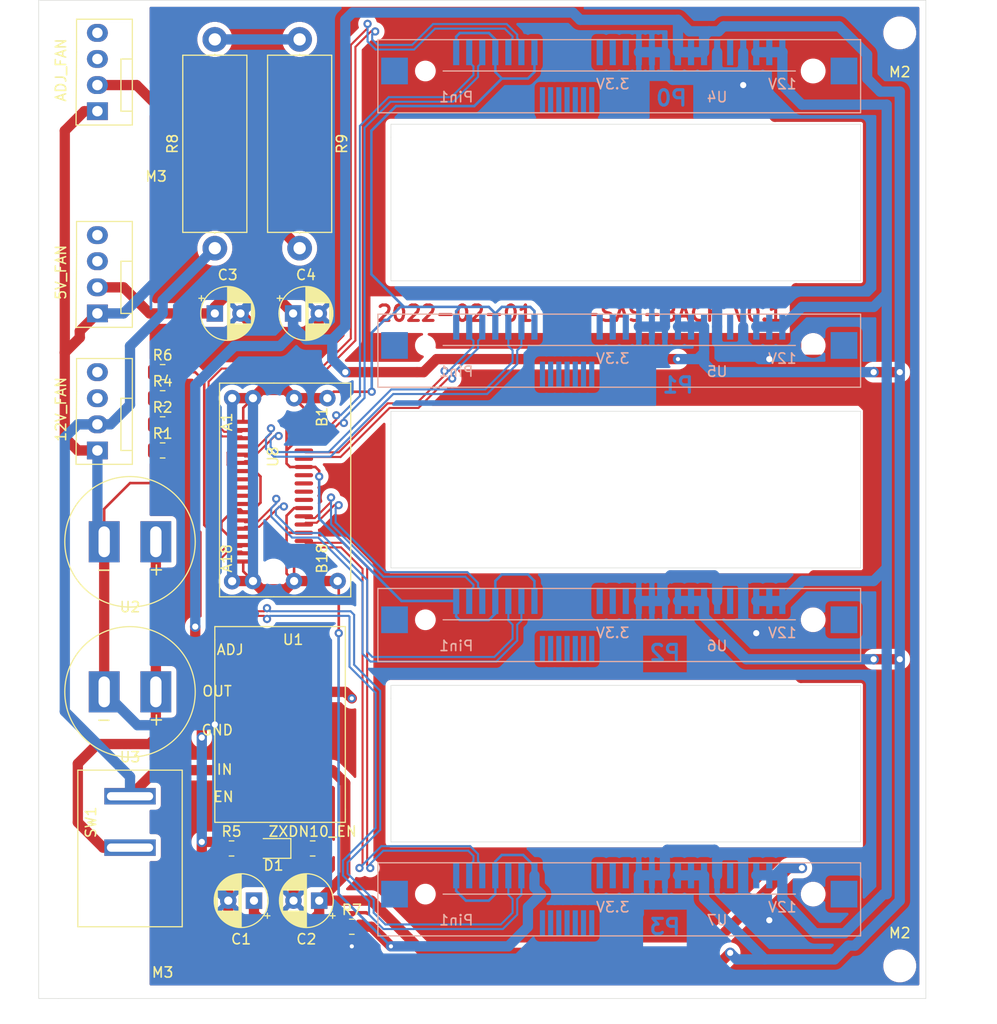
<source format=kicad_pcb>
(kicad_pcb (version 20171130) (host pcbnew "(5.1.10)-1")
  (layers (0 F.Cu signal) (31 B.Cu signal) (34 B.Paste user) (35 F.Paste user) (36 B.SilkS user) (37 F.SilkS user) (38 B.Mask user) (39 F.Mask user) (44 Edge.Cuts user))
  (net 0 "")
  (net 1 "Net-(D1-Pad2)")
  (net 2 GND)
  (net 3 +12V)
  (net 4 +5V)
  (net 5 "Net-(M3-Pad2)")
  (net 6 "Net-(R1-Pad1)")
  (net 7 "Net-(R2-Pad2)")
  (net 8 "Net-(R3-Pad1)")
  (net 9 "Net-(R4-Pad1)")
  (net 10 "Net-(R6-Pad2)")
  (net 11 GNDA)
  (net 12 "Net-(R8-Pad2)")
  (net 13 P0_TXD_P)
  (net 14 P0_TXD_N)
  (net 15 P0_RXD_N)
  (net 16 P0_RXD_P)
  (net 17 P1_TXD_P)
  (net 18 P1_TXD_N)
  (net 19 P1_RXD_N)
  (net 20 P1_RXD_P)
  (net 21 P2_TXD_P)
  (net 22 P2_TXD_N)
  (net 23 P2_RXD_N)
  (net 24 P2_RXD_P)
  (net 25 P3_TXD_P)
  (net 26 P3_TXD_N)
  (net 27 P3_RXD_N)
  (net 28 P3_RXD_P)
  (net 29 "Net-(SW1-Pad2)")
  (module MountingHole:MountingHole_2.2mm_M2 (layer F.Cu) (at 158.75 34.29)
    (fp_text reference M2 (at 0 3.81) (layer F.SilkS))
    (fp_text value MountingHole_2.2mm_M2)
    (pad 1 np_thru_hole circle (at 0 0) (size 2.2 2.2) (drill 2.2) (layers *.Cu *.Mask))
  )
  (module MountingHole:MountingHole_2.2mm_M2 (layer F.Cu) (at 158.75 125.095)
    (fp_text reference M2 (at 0 -3.2) (layer F.SilkS))
    (fp_text value MountingHole_2.2mm_M2)
    (pad 1 np_thru_hole circle (at 0 0) (size 2.2 2.2) (drill 2.2) (layers *.Cu *.Mask))
  )
  (module MountingHole:MountingHole_3.2mm_M3 (layer F.Cu) (at 80.645 125.73)
    (fp_text reference M3 (at 6.35 0) (layer F.SilkS))
    (fp_text value MountingHole_3.2mm_M3)
    (pad 1 np_thru_hole circle (at 0 0) (size 3.2 3.2) (drill 3.2) (layers *.Cu *.Mask))
  )
  (module MountingHole:MountingHole_3.2mm_M3 (layer F.Cu) (at 80.645 48.26)
    (fp_text reference M3 (at 5.715 0) (layer F.SilkS))
    (fp_text value MountingHole_3.2mm_M3)
    (pad 1 np_thru_hole circle (at 0 0) (size 3.2 3.2) (drill 3.2) (layers *.Cu *.Mask))
  )
  (module ESP32:DC_022B_2 (layer F.Cu) (at 83.82 98.425)
    (fp_text reference U3 (at 0 6.35) (layer F.SilkS))
    (fp_text value DC_022B_5.5*2.1_2)
    (fp_text user - (at -2.54 2.667) (layer F.SilkS) (effects (font (size 1.27 1.27))))
    (fp_text user + (at 2.5654 2.6416) (layer F.SilkS) (effects (font (size 1.27 1.27))))
    (pad 1 thru_hole rect (at 2.5146 0) (size 3 4) (drill oval 1.1 3) (layers *.Cu *.Mask) (net 29 "Net-(SW1-Pad2)"))
    (pad 2 thru_hole rect (at -2.5146 0) (size 3 4) (drill oval 1.1 3) (layers *.Cu *.Mask) (net 2 GND))
  )
  (module SATA:SWITCH_2PIN (layer F.Cu) (at 88.9 106.045 270)
    (fp_text reference SW1 (at 5.08 8.89 90) (layer F.SilkS))
    (fp_text value SW_DIP_x01)
    (pad 2 thru_hole rect (at 7.54 5.08 270) (size 1.6 5) (drill oval 0.8 4.5) (layers *.Cu *.Mask) (net 29 "Net-(SW1-Pad2)"))
    (pad 1 thru_hole rect (at 2.54 5.08 270) (size 1.6 5) (drill oval 0.8 4.5) (layers *.Cu *.Mask) (net 3 +12V))
  )
  (module Capacitor_THT:CP_Radial_D5.0mm_P2.50mm (layer F.Cu) (at 99.695 61.595)
    (fp_text reference C4 (at 1.25 -3.75) (layer F.SilkS))
    (fp_text value C)
    (pad 2 thru_hole circle (at 2.5 0) (size 1.6 1.6) (drill 0.8) (layers *.Cu *.Mask) (net 2 GND))
    (pad 1 thru_hole rect (at 0 0) (size 1.6 1.6) (drill 0.8) (layers *.Cu *.Mask) (net 4 +5V))
  )
  (module Capacitor_THT:CP_Radial_D5.0mm_P2.50mm (layer F.Cu) (at 92.075 61.595)
    (fp_text reference C3 (at 1.25 -3.75) (layer F.SilkS))
    (fp_text value C)
    (pad 2 thru_hole circle (at 2.5 0) (size 1.6 1.6) (drill 0.8) (layers *.Cu *.Mask) (net 2 GND))
    (pad 1 thru_hole rect (at 0 0) (size 1.6 1.6) (drill 0.8) (layers *.Cu *.Mask) (net 4 +5V))
  )
  (module Capacitor_THT:CP_Radial_D5.0mm_P2.50mm (layer F.Cu) (at 102.235 118.745 180)
    (fp_text reference C2 (at 1.25 -3.75) (layer F.SilkS))
    (fp_text value C)
    (pad 2 thru_hole circle (at 2.5 0 180) (size 1.6 1.6) (drill 0.8) (layers *.Cu *.Mask) (net 2 GND))
    (pad 1 thru_hole rect (at 0 0 180) (size 1.6 1.6) (drill 0.8) (layers *.Cu *.Mask) (net 3 +12V))
  )
  (module Capacitor_THT:CP_Radial_D5.0mm_P2.50mm (layer F.Cu) (at 95.885 118.745 180)
    (fp_text reference C1 (at 1.25 -3.75) (layer F.SilkS))
    (fp_text value C)
    (pad 2 thru_hole circle (at 2.5 0 180) (size 1.6 1.6) (drill 0.8) (layers *.Cu *.Mask) (net 2 GND))
    (pad 1 thru_hole rect (at 0 0 180) (size 1.6 1.6) (drill 0.8) (layers *.Cu *.Mask) (net 3 +12V))
  )
  (module SATA:SFF-8087-H (layer F.Cu) (at 97.79 78.74 270)
    (fp_text reference U8 (at -3.2004 0.0508 90) (layer F.SilkS))
    (fp_text value SFF-8087)
    (fp_text user A18 (at 6.6929 4.5593 90) (layer F.SilkS))
    (fp_text user B18 (at 6.7183 -4.7244 90) (layer F.SilkS))
    (fp_text user B1 (at -7.0739 -4.7244 90) (layer F.SilkS))
    (fp_text user A1 (at -6.5913 4.5339 90) (layer F.SilkS))
    (pad B1 thru_hole circle (at -8.9 -5.24) (size 1.6 1.6) (drill 0.8) (layers *.Cu *.Mask) (net 11 GNDA))
    (pad B1 thru_hole circle (at -8.9 -2) (size 1.6 1.6) (drill 0.8) (layers *.Cu *.Mask) (net 11 GNDA))
    (pad B1 thru_hole circle (at -8.9 2) (size 1.6 1.6) (drill 0.8) (layers *.Cu *.Mask) (net 11 GNDA))
    (pad B1 thru_hole circle (at -8.9 4.03) (size 1.6 1.6) (drill 0.8) (layers *.Cu *.Mask) (net 11 GNDA))
    (pad B1 thru_hole circle (at 8.9154 4.03) (size 1.6 1.6) (drill 0.8) (layers *.Cu *.Mask) (net 11 GNDA))
    (pad B1 thru_hole circle (at 8.9 2) (size 1.6 1.6) (drill 0.8) (layers *.Cu *.Mask) (net 11 GNDA))
    (pad B1 thru_hole circle (at 8.9 -6.24) (size 1.6 1.6) (drill 0.8) (layers *.Cu *.Mask) (net 11 GNDA))
    (pad B1 thru_hole circle (at 8.9 -2) (size 1.6 1.6) (drill 0.8) (layers *.Cu *.Mask) (net 11 GNDA))
    (pad "" np_thru_hole circle (at -8 0 270) (size 1.55 1.55) (drill 1.55) (layers *.Cu *.Mask))
    (pad "" np_thru_hole circle (at 8 0 270) (size 1.55 1.55) (drill 1.55) (layers *.Cu *.Mask))
    (pad B1 smd roundrect (at -7 -2.95 270) (size 0.4 1.8) (layers F.Cu F.Paste F.Mask) (roundrect_rratio 0.45) (net 11 GNDA))
    (pad B2 smd roundrect (at -6.2 -2.95 270) (size 0.4 1.8) (layers F.Cu F.Paste F.Mask) (roundrect_rratio 0.45) (net 13 P0_TXD_P))
    (pad B3 smd roundrect (at -5.4 -2.95 270) (size 0.4 1.8) (layers F.Cu F.Paste F.Mask) (roundrect_rratio 0.45) (net 14 P0_TXD_N))
    (pad B4 smd roundrect (at -4.6 -2.95 270) (size 0.4 1.8) (layers F.Cu F.Paste F.Mask) (roundrect_rratio 0.45) (net 11 GNDA))
    (pad B5 smd roundrect (at -3.8 -2.95 270) (size 0.4 1.8) (layers F.Cu F.Paste F.Mask) (roundrect_rratio 0.45) (net 17 P1_TXD_P))
    (pad B6 smd roundrect (at -3 -2.95 270) (size 0.4 1.8) (layers F.Cu F.Paste F.Mask) (roundrect_rratio 0.45) (net 18 P1_TXD_N))
    (pad B7 smd roundrect (at -2.2 -2.95 270) (size 0.4 1.8) (layers F.Cu F.Paste F.Mask) (roundrect_rratio 0.45) (net 11 GNDA))
    (pad B8 smd roundrect (at -1.4 -2.95 270) (size 0.4 1.8) (layers F.Cu F.Paste F.Mask) (roundrect_rratio 0.45))
    (pad B9 smd roundrect (at -0.6 -2.95 270) (size 0.4 1.8) (layers F.Cu F.Paste F.Mask) (roundrect_rratio 0.45))
    (pad B18 smd roundrect (at 6.6 -2.95 270) (size 0.4 1.8) (layers F.Cu F.Paste F.Mask) (roundrect_rratio 0.45) (net 11 GNDA))
    (pad B17 smd roundrect (at 5.8 -2.95 270) (size 0.4 1.8) (layers F.Cu F.Paste F.Mask) (roundrect_rratio 0.45) (net 26 P3_TXD_N))
    (pad B16 smd roundrect (at 5 -2.95 270) (size 0.4 1.8) (layers F.Cu F.Paste F.Mask) (roundrect_rratio 0.45) (net 25 P3_TXD_P))
    (pad B15 smd roundrect (at 4.2 -2.95 270) (size 0.4 1.8) (layers F.Cu F.Paste F.Mask) (roundrect_rratio 0.45) (net 11 GNDA))
    (pad B14 smd roundrect (at 3.4 -2.95 270) (size 0.4 1.8) (layers F.Cu F.Paste F.Mask) (roundrect_rratio 0.45) (net 22 P2_TXD_N))
    (pad B13 smd roundrect (at 2.6 -2.95 270) (size 0.4 1.8) (layers F.Cu F.Paste F.Mask) (roundrect_rratio 0.45) (net 21 P2_TXD_P))
    (pad B12 smd roundrect (at 1.8 -2.95 270) (size 0.4 1.8) (layers F.Cu F.Paste F.Mask) (roundrect_rratio 0.45) (net 11 GNDA))
    (pad B11 smd roundrect (at 1 -2.95 270) (size 0.4 1.8) (layers F.Cu F.Paste F.Mask) (roundrect_rratio 0.45))
    (pad A18 smd roundrect (at 7 2.95 270) (size 0.4 1.8) (layers F.Cu F.Paste F.Mask) (roundrect_rratio 0.45) (net 11 GNDA))
    (pad A17 smd roundrect (at 6.2 2.95 270) (size 0.4 1.8) (layers F.Cu F.Paste F.Mask) (roundrect_rratio 0.45) (net 27 P3_RXD_N))
    (pad A16 smd roundrect (at 5.4 2.95 270) (size 0.4 1.8) (layers F.Cu F.Paste F.Mask) (roundrect_rratio 0.45) (net 28 P3_RXD_P))
    (pad A15 smd roundrect (at 4.6 2.95 270) (size 0.4 1.8) (layers F.Cu F.Paste F.Mask) (roundrect_rratio 0.45) (net 11 GNDA))
    (pad A14 smd roundrect (at 3.8 2.95 270) (size 0.4 1.8) (layers F.Cu F.Paste F.Mask) (roundrect_rratio 0.45) (net 23 P2_RXD_N))
    (pad A13 smd roundrect (at 3 2.95 270) (size 0.4 1.8) (layers F.Cu F.Paste F.Mask) (roundrect_rratio 0.45) (net 24 P2_RXD_P))
    (pad A12 smd roundrect (at 2.2 2.95 270) (size 0.4 1.8) (layers F.Cu F.Paste F.Mask) (roundrect_rratio 0.45) (net 11 GNDA))
    (pad A11 smd roundrect (at 1.4 2.95 270) (size 0.4 1.8) (layers F.Cu F.Paste F.Mask) (roundrect_rratio 0.45))
    (pad A10 smd roundrect (at 0.6 2.95 270) (size 0.4 1.8) (layers F.Cu F.Paste F.Mask) (roundrect_rratio 0.45))
    (pad A1 smd roundrect (at -6.6 2.95 270) (size 0.4 1.8) (layers F.Cu F.Paste F.Mask) (roundrect_rratio 0.45) (net 11 GNDA))
    (pad A2 smd roundrect (at -5.8 2.95 270) (size 0.4 1.8) (layers F.Cu F.Paste F.Mask) (roundrect_rratio 0.45) (net 16 P0_RXD_P))
    (pad A3 smd roundrect (at -5 2.95 270) (size 0.4 1.8) (layers F.Cu F.Paste F.Mask) (roundrect_rratio 0.45) (net 15 P0_RXD_N))
    (pad A4 smd roundrect (at -4.2 2.95 270) (size 0.4 1.8) (layers F.Cu F.Paste F.Mask) (roundrect_rratio 0.45) (net 11 GNDA))
    (pad A5 smd roundrect (at -3.4 2.95 270) (size 0.4 1.8) (layers F.Cu F.Paste F.Mask) (roundrect_rratio 0.45) (net 20 P1_RXD_P))
    (pad A6 smd roundrect (at -2.6 2.95 270) (size 0.4 1.8) (layers F.Cu F.Paste F.Mask) (roundrect_rratio 0.45) (net 19 P1_RXD_N))
    (pad A7 smd roundrect (at -1.8 2.95 270) (size 0.4 1.8) (layers F.Cu F.Paste F.Mask) (roundrect_rratio 0.45) (net 11 GNDA))
    (pad A8 smd roundrect (at -1 2.95 270) (size 0.4 1.8) (layers F.Cu F.Paste F.Mask) (roundrect_rratio 0.45))
    (pad B10 smd roundrect (at 0.2 -2.95 270) (size 0.4 1.8) (layers F.Cu F.Paste F.Mask) (roundrect_rratio 0.45))
    (pad A9 smd roundrect (at -0.2 2.95 270) (size 0.4 1.8) (layers F.Cu F.Paste F.Mask) (roundrect_rratio 0.45))
  )
  (module SATA:SAS_SMD_29P (layer B.Cu) (at 147.32 118.11 180)
    (fp_text reference U7 (at 6.35 -2.54) (layer B.SilkS) (effects (justify mirror)))
    (fp_text value SAS_29)
    (fp_text user 12V (at 0 -1.27) (layer B.SilkS) (effects (justify mirror)))
    (fp_text user 3.3V (at 16.51 -1.27) (layer B.SilkS) (effects (justify mirror)))
    (fp_text user Pin1 (at 31.75 -2.54) (layer B.SilkS) (effects (justify mirror)))
    (pad "" smd rect (at 37.75 0 180) (size 2.6 2.6) (layers B.Cu B.Paste B.Mask))
    (pad "" smd rect (at -6 0 180) (size 2.6 2.6) (layers B.Cu B.Paste B.Mask))
    (pad "" np_thru_hole circle (at 34.75 0 180) (size 1 1) (drill 1) (layers *.Cu *.Mask))
    (pad "" np_thru_hole circle (at -3 0 180) (size 1.4 1.4) (drill 1.4) (layers *.Cu *.Mask))
    (pad 1 smd rect (at 31.75 1.83 180) (size 0.6 2.53) (layers B.Cu B.Paste B.Mask) (net 11 GNDA))
    (pad 2 smd rect (at 30.48 1.83 180) (size 0.6 2.53) (layers B.Cu B.Paste B.Mask) (net 25 P3_TXD_P))
    (pad 3 smd rect (at 29.21 1.83 180) (size 0.6 2.53) (layers B.Cu B.Paste B.Mask) (net 26 P3_TXD_N))
    (pad 4 smd rect (at 27.94 1.83 180) (size 0.6 2.53) (layers B.Cu B.Paste B.Mask) (net 11 GNDA))
    (pad 5 smd rect (at 26.67 1.83 180) (size 0.6 2.53) (layers B.Cu B.Paste B.Mask) (net 27 P3_RXD_N))
    (pad 6 smd rect (at 25.4 1.83 180) (size 0.6 2.53) (layers B.Cu B.Paste B.Mask) (net 28 P3_RXD_P))
    (pad 7 smd rect (at 24.13 1.83 180) (size 0.6 2.53) (layers B.Cu B.Paste B.Mask) (net 11 GNDA))
    (pad 8 smd rect (at 23.355 -2.84 180) (size 0.5 2.53) (layers B.Cu B.Paste B.Mask))
    (pad 9 smd rect (at 22.555 -2.84 180) (size 0.5 2.53) (layers B.Cu B.Paste B.Mask))
    (pad 10 smd rect (at 21.755 -2.84 180) (size 0.5 2.53) (layers B.Cu B.Paste B.Mask))
    (pad 11 smd rect (at 20.955 -2.84 180) (size 0.5 2.53) (layers B.Cu B.Paste B.Mask))
    (pad 12 smd rect (at 20.155 -2.84 180) (size 0.5 2.53) (layers B.Cu B.Paste B.Mask))
    (pad 13 smd rect (at 19.355 -2.84 180) (size 0.5 2.53) (layers B.Cu B.Paste B.Mask))
    (pad 14 smd rect (at 18.555 -2.84 180) (size 0.5 2.53) (layers B.Cu B.Paste B.Mask))
    (pad 15 smd rect (at 17.78 1.83 180) (size 0.6 2.53) (layers B.Cu B.Paste B.Mask))
    (pad 16 smd rect (at 16.51 1.83 180) (size 0.6 2.53) (layers B.Cu B.Paste B.Mask))
    (pad 17 smd rect (at 15.24 1.83 180) (size 0.6 2.53) (layers B.Cu B.Paste B.Mask))
    (pad 18 smd rect (at 13.97 1.83 180) (size 0.6 2.53) (layers B.Cu B.Paste B.Mask) (net 2 GND))
    (pad 19 smd rect (at 12.7 1.83 180) (size 0.6 2.53) (layers B.Cu B.Paste B.Mask) (net 2 GND))
    (pad 20 smd rect (at 11.43 1.83 180) (size 0.6 2.53) (layers B.Cu B.Paste B.Mask) (net 2 GND))
    (pad 21 smd rect (at 10.16 1.83 180) (size 0.6 2.53) (layers B.Cu B.Paste B.Mask) (net 4 +5V))
    (pad 22 smd rect (at 8.89 1.83 180) (size 0.6 2.53) (layers B.Cu B.Paste B.Mask) (net 4 +5V))
    (pad 23 smd rect (at 7.62 1.83 180) (size 0.6 2.53) (layers B.Cu B.Paste B.Mask) (net 4 +5V))
    (pad 24 smd rect (at 6.35 1.83 180) (size 0.6 2.53) (layers B.Cu B.Paste B.Mask) (net 2 GND))
    (pad 25 smd rect (at 5.08 1.83 180) (size 0.6 2.53) (layers B.Cu B.Paste B.Mask))
    (pad 26 smd rect (at 3.81 1.83 180) (size 0.6 2.53) (layers B.Cu B.Paste B.Mask) (net 2 GND))
    (pad 27 smd rect (at 2.54 1.83 180) (size 0.6 2.53) (layers B.Cu B.Paste B.Mask) (net 3 +12V))
    (pad 28 smd rect (at 1.27 1.83 180) (size 0.6 2.53) (layers B.Cu B.Paste B.Mask) (net 3 +12V))
    (pad 29 smd rect (at 0 1.83 180) (size 0.6 2.53) (layers B.Cu B.Paste B.Mask) (net 3 +12V))
  )
  (module SATA:SAS_SMD_29P (layer B.Cu) (at 147.32 91.41 180)
    (fp_text reference U6 (at 6.35 -2.54) (layer B.SilkS) (effects (justify mirror)))
    (fp_text value SAS_29)
    (fp_text user 12V (at 0 -1.27) (layer B.SilkS) (effects (justify mirror)))
    (fp_text user 3.3V (at 16.51 -1.27) (layer B.SilkS) (effects (justify mirror)))
    (fp_text user Pin1 (at 31.75 -2.54) (layer B.SilkS) (effects (justify mirror)))
    (pad "" smd rect (at 37.75 0 180) (size 2.6 2.6) (layers B.Cu B.Paste B.Mask))
    (pad "" smd rect (at -6 0 180) (size 2.6 2.6) (layers B.Cu B.Paste B.Mask))
    (pad "" np_thru_hole circle (at 34.75 0 180) (size 1 1) (drill 1) (layers *.Cu *.Mask))
    (pad "" np_thru_hole circle (at -3 0 180) (size 1.4 1.4) (drill 1.4) (layers *.Cu *.Mask))
    (pad 1 smd rect (at 31.75 1.83 180) (size 0.6 2.53) (layers B.Cu B.Paste B.Mask) (net 11 GNDA))
    (pad 2 smd rect (at 30.48 1.83 180) (size 0.6 2.53) (layers B.Cu B.Paste B.Mask) (net 21 P2_TXD_P))
    (pad 3 smd rect (at 29.21 1.83 180) (size 0.6 2.53) (layers B.Cu B.Paste B.Mask) (net 22 P2_TXD_N))
    (pad 4 smd rect (at 27.94 1.83 180) (size 0.6 2.53) (layers B.Cu B.Paste B.Mask) (net 11 GNDA))
    (pad 5 smd rect (at 26.67 1.83 180) (size 0.6 2.53) (layers B.Cu B.Paste B.Mask) (net 23 P2_RXD_N))
    (pad 6 smd rect (at 25.4 1.83 180) (size 0.6 2.53) (layers B.Cu B.Paste B.Mask) (net 24 P2_RXD_P))
    (pad 7 smd rect (at 24.13 1.83 180) (size 0.6 2.53) (layers B.Cu B.Paste B.Mask) (net 11 GNDA))
    (pad 8 smd rect (at 23.355 -2.84 180) (size 0.5 2.53) (layers B.Cu B.Paste B.Mask))
    (pad 9 smd rect (at 22.555 -2.84 180) (size 0.5 2.53) (layers B.Cu B.Paste B.Mask))
    (pad 10 smd rect (at 21.755 -2.84 180) (size 0.5 2.53) (layers B.Cu B.Paste B.Mask))
    (pad 11 smd rect (at 20.955 -2.84 180) (size 0.5 2.53) (layers B.Cu B.Paste B.Mask))
    (pad 12 smd rect (at 20.155 -2.84 180) (size 0.5 2.53) (layers B.Cu B.Paste B.Mask))
    (pad 13 smd rect (at 19.355 -2.84 180) (size 0.5 2.53) (layers B.Cu B.Paste B.Mask))
    (pad 14 smd rect (at 18.555 -2.84 180) (size 0.5 2.53) (layers B.Cu B.Paste B.Mask))
    (pad 15 smd rect (at 17.78 1.83 180) (size 0.6 2.53) (layers B.Cu B.Paste B.Mask))
    (pad 16 smd rect (at 16.51 1.83 180) (size 0.6 2.53) (layers B.Cu B.Paste B.Mask))
    (pad 17 smd rect (at 15.24 1.83 180) (size 0.6 2.53) (layers B.Cu B.Paste B.Mask))
    (pad 18 smd rect (at 13.97 1.83 180) (size 0.6 2.53) (layers B.Cu B.Paste B.Mask) (net 2 GND))
    (pad 19 smd rect (at 12.7 1.83 180) (size 0.6 2.53) (layers B.Cu B.Paste B.Mask) (net 2 GND))
    (pad 20 smd rect (at 11.43 1.83 180) (size 0.6 2.53) (layers B.Cu B.Paste B.Mask) (net 2 GND))
    (pad 21 smd rect (at 10.16 1.83 180) (size 0.6 2.53) (layers B.Cu B.Paste B.Mask) (net 4 +5V))
    (pad 22 smd rect (at 8.89 1.83 180) (size 0.6 2.53) (layers B.Cu B.Paste B.Mask) (net 4 +5V))
    (pad 23 smd rect (at 7.62 1.83 180) (size 0.6 2.53) (layers B.Cu B.Paste B.Mask) (net 4 +5V))
    (pad 24 smd rect (at 6.35 1.83 180) (size 0.6 2.53) (layers B.Cu B.Paste B.Mask) (net 2 GND))
    (pad 25 smd rect (at 5.08 1.83 180) (size 0.6 2.53) (layers B.Cu B.Paste B.Mask))
    (pad 26 smd rect (at 3.81 1.83 180) (size 0.6 2.53) (layers B.Cu B.Paste B.Mask) (net 2 GND))
    (pad 27 smd rect (at 2.54 1.83 180) (size 0.6 2.53) (layers B.Cu B.Paste B.Mask) (net 3 +12V))
    (pad 28 smd rect (at 1.27 1.83 180) (size 0.6 2.53) (layers B.Cu B.Paste B.Mask) (net 3 +12V))
    (pad 29 smd rect (at 0 1.83 180) (size 0.6 2.53) (layers B.Cu B.Paste B.Mask) (net 3 +12V))
  )
  (module SATA:SAS_SMD_29P (layer B.Cu) (at 147.32 64.71 180)
    (fp_text reference U5 (at 6.35 -2.54) (layer B.SilkS) (effects (justify mirror)))
    (fp_text value SAS_29)
    (fp_text user 12V (at 0 -1.27) (layer B.SilkS) (effects (justify mirror)))
    (fp_text user 3.3V (at 16.51 -1.27) (layer B.SilkS) (effects (justify mirror)))
    (fp_text user Pin1 (at 31.75 -2.54) (layer B.SilkS) (effects (justify mirror)))
    (pad "" smd rect (at 37.75 0 180) (size 2.6 2.6) (layers B.Cu B.Paste B.Mask))
    (pad "" smd rect (at -6 0 180) (size 2.6 2.6) (layers B.Cu B.Paste B.Mask))
    (pad "" np_thru_hole circle (at 34.75 0 180) (size 1 1) (drill 1) (layers *.Cu *.Mask))
    (pad "" np_thru_hole circle (at -3 0 180) (size 1.4 1.4) (drill 1.4) (layers *.Cu *.Mask))
    (pad 1 smd rect (at 31.75 1.83 180) (size 0.6 2.53) (layers B.Cu B.Paste B.Mask) (net 11 GNDA))
    (pad 2 smd rect (at 30.48 1.83 180) (size 0.6 2.53) (layers B.Cu B.Paste B.Mask) (net 17 P1_TXD_P))
    (pad 3 smd rect (at 29.21 1.83 180) (size 0.6 2.53) (layers B.Cu B.Paste B.Mask) (net 18 P1_TXD_N))
    (pad 4 smd rect (at 27.94 1.83 180) (size 0.6 2.53) (layers B.Cu B.Paste B.Mask) (net 11 GNDA))
    (pad 5 smd rect (at 26.67 1.83 180) (size 0.6 2.53) (layers B.Cu B.Paste B.Mask) (net 19 P1_RXD_N))
    (pad 6 smd rect (at 25.4 1.83 180) (size 0.6 2.53) (layers B.Cu B.Paste B.Mask) (net 20 P1_RXD_P))
    (pad 7 smd rect (at 24.13 1.83 180) (size 0.6 2.53) (layers B.Cu B.Paste B.Mask) (net 11 GNDA))
    (pad 8 smd rect (at 23.355 -2.84 180) (size 0.5 2.53) (layers B.Cu B.Paste B.Mask))
    (pad 9 smd rect (at 22.555 -2.84 180) (size 0.5 2.53) (layers B.Cu B.Paste B.Mask))
    (pad 10 smd rect (at 21.755 -2.84 180) (size 0.5 2.53) (layers B.Cu B.Paste B.Mask))
    (pad 11 smd rect (at 20.955 -2.84 180) (size 0.5 2.53) (layers B.Cu B.Paste B.Mask))
    (pad 12 smd rect (at 20.155 -2.84 180) (size 0.5 2.53) (layers B.Cu B.Paste B.Mask))
    (pad 13 smd rect (at 19.355 -2.84 180) (size 0.5 2.53) (layers B.Cu B.Paste B.Mask))
    (pad 14 smd rect (at 18.555 -2.84 180) (size 0.5 2.53) (layers B.Cu B.Paste B.Mask))
    (pad 15 smd rect (at 17.78 1.83 180) (size 0.6 2.53) (layers B.Cu B.Paste B.Mask))
    (pad 16 smd rect (at 16.51 1.83 180) (size 0.6 2.53) (layers B.Cu B.Paste B.Mask))
    (pad 17 smd rect (at 15.24 1.83 180) (size 0.6 2.53) (layers B.Cu B.Paste B.Mask))
    (pad 18 smd rect (at 13.97 1.83 180) (size 0.6 2.53) (layers B.Cu B.Paste B.Mask) (net 2 GND))
    (pad 19 smd rect (at 12.7 1.83 180) (size 0.6 2.53) (layers B.Cu B.Paste B.Mask) (net 2 GND))
    (pad 20 smd rect (at 11.43 1.83 180) (size 0.6 2.53) (layers B.Cu B.Paste B.Mask) (net 2 GND))
    (pad 21 smd rect (at 10.16 1.83 180) (size 0.6 2.53) (layers B.Cu B.Paste B.Mask) (net 4 +5V))
    (pad 22 smd rect (at 8.89 1.83 180) (size 0.6 2.53) (layers B.Cu B.Paste B.Mask) (net 4 +5V))
    (pad 23 smd rect (at 7.62 1.83 180) (size 0.6 2.53) (layers B.Cu B.Paste B.Mask) (net 4 +5V))
    (pad 24 smd rect (at 6.35 1.83 180) (size 0.6 2.53) (layers B.Cu B.Paste B.Mask) (net 2 GND))
    (pad 25 smd rect (at 5.08 1.83 180) (size 0.6 2.53) (layers B.Cu B.Paste B.Mask))
    (pad 26 smd rect (at 3.81 1.83 180) (size 0.6 2.53) (layers B.Cu B.Paste B.Mask) (net 2 GND))
    (pad 27 smd rect (at 2.54 1.83 180) (size 0.6 2.53) (layers B.Cu B.Paste B.Mask) (net 3 +12V))
    (pad 28 smd rect (at 1.27 1.83 180) (size 0.6 2.53) (layers B.Cu B.Paste B.Mask) (net 3 +12V))
    (pad 29 smd rect (at 0 1.83 180) (size 0.6 2.53) (layers B.Cu B.Paste B.Mask) (net 3 +12V))
  )
  (module SATA:SAS_SMD_29P (layer B.Cu) (at 147.32 38 180)
    (fp_text reference U4 (at 6.35 -2.54) (layer B.SilkS) (effects (justify mirror)))
    (fp_text value SAS_29)
    (fp_text user 12V (at 0 -1.27) (layer B.SilkS) (effects (justify mirror)))
    (fp_text user 3.3V (at 16.51 -1.27) (layer B.SilkS) (effects (justify mirror)))
    (fp_text user Pin1 (at 31.75 -2.54) (layer B.SilkS) (effects (justify mirror)))
    (pad "" smd rect (at 37.75 0 180) (size 2.6 2.6) (layers B.Cu B.Paste B.Mask))
    (pad "" smd rect (at -6 0 180) (size 2.6 2.6) (layers B.Cu B.Paste B.Mask))
    (pad "" np_thru_hole circle (at 34.75 0 180) (size 1 1) (drill 1) (layers *.Cu *.Mask))
    (pad "" np_thru_hole circle (at -3 0 180) (size 1.4 1.4) (drill 1.4) (layers *.Cu *.Mask))
    (pad 1 smd rect (at 31.75 1.83 180) (size 0.6 2.53) (layers B.Cu B.Paste B.Mask) (net 11 GNDA))
    (pad 2 smd rect (at 30.48 1.83 180) (size 0.6 2.53) (layers B.Cu B.Paste B.Mask) (net 13 P0_TXD_P))
    (pad 3 smd rect (at 29.21 1.83 180) (size 0.6 2.53) (layers B.Cu B.Paste B.Mask) (net 14 P0_TXD_N))
    (pad 4 smd rect (at 27.94 1.83 180) (size 0.6 2.53) (layers B.Cu B.Paste B.Mask) (net 11 GNDA))
    (pad 5 smd rect (at 26.67 1.83 180) (size 0.6 2.53) (layers B.Cu B.Paste B.Mask) (net 15 P0_RXD_N))
    (pad 6 smd rect (at 25.4 1.83 180) (size 0.6 2.53) (layers B.Cu B.Paste B.Mask) (net 16 P0_RXD_P))
    (pad 7 smd rect (at 24.13 1.83 180) (size 0.6 2.53) (layers B.Cu B.Paste B.Mask) (net 11 GNDA))
    (pad 8 smd rect (at 23.355 -2.84 180) (size 0.5 2.53) (layers B.Cu B.Paste B.Mask))
    (pad 9 smd rect (at 22.555 -2.84 180) (size 0.5 2.53) (layers B.Cu B.Paste B.Mask))
    (pad 10 smd rect (at 21.755 -2.84 180) (size 0.5 2.53) (layers B.Cu B.Paste B.Mask))
    (pad 11 smd rect (at 20.955 -2.84 180) (size 0.5 2.53) (layers B.Cu B.Paste B.Mask))
    (pad 12 smd rect (at 20.155 -2.84 180) (size 0.5 2.53) (layers B.Cu B.Paste B.Mask))
    (pad 13 smd rect (at 19.355 -2.84 180) (size 0.5 2.53) (layers B.Cu B.Paste B.Mask))
    (pad 14 smd rect (at 18.555 -2.84 180) (size 0.5 2.53) (layers B.Cu B.Paste B.Mask))
    (pad 15 smd rect (at 17.78 1.83 180) (size 0.6 2.53) (layers B.Cu B.Paste B.Mask))
    (pad 16 smd rect (at 16.51 1.83 180) (size 0.6 2.53) (layers B.Cu B.Paste B.Mask))
    (pad 17 smd rect (at 15.24 1.83 180) (size 0.6 2.53) (layers B.Cu B.Paste B.Mask))
    (pad 18 smd rect (at 13.97 1.83 180) (size 0.6 2.53) (layers B.Cu B.Paste B.Mask) (net 2 GND))
    (pad 19 smd rect (at 12.7 1.83 180) (size 0.6 2.53) (layers B.Cu B.Paste B.Mask) (net 2 GND))
    (pad 20 smd rect (at 11.43 1.83 180) (size 0.6 2.53) (layers B.Cu B.Paste B.Mask) (net 2 GND))
    (pad 21 smd rect (at 10.16 1.83 180) (size 0.6 2.53) (layers B.Cu B.Paste B.Mask) (net 4 +5V))
    (pad 22 smd rect (at 8.89 1.83 180) (size 0.6 2.53) (layers B.Cu B.Paste B.Mask) (net 4 +5V))
    (pad 23 smd rect (at 7.62 1.83 180) (size 0.6 2.53) (layers B.Cu B.Paste B.Mask) (net 4 +5V))
    (pad 24 smd rect (at 6.35 1.83 180) (size 0.6 2.53) (layers B.Cu B.Paste B.Mask) (net 2 GND))
    (pad 25 smd rect (at 5.08 1.83 180) (size 0.6 2.53) (layers B.Cu B.Paste B.Mask))
    (pad 26 smd rect (at 3.81 1.83 180) (size 0.6 2.53) (layers B.Cu B.Paste B.Mask) (net 2 GND))
    (pad 27 smd rect (at 2.54 1.83 180) (size 0.6 2.53) (layers B.Cu B.Paste B.Mask) (net 3 +12V))
    (pad 28 smd rect (at 1.27 1.83 180) (size 0.6 2.53) (layers B.Cu B.Paste B.Mask) (net 3 +12V))
    (pad 29 smd rect (at 0 1.83 180) (size 0.6 2.53) (layers B.Cu B.Paste B.Mask) (net 3 +12V))
  )
  (module ESP32:DC_022B_2 (layer F.Cu) (at 83.82 83.82)
    (fp_text reference U2 (at 0 6.35) (layer F.SilkS))
    (fp_text value DC_022B_5.5*2.1_2)
    (fp_text user - (at -2.54 2.667) (layer F.SilkS) (effects (font (size 1.27 1.27))))
    (fp_text user + (at 2.5654 2.6416) (layer F.SilkS) (effects (font (size 1.27 1.27))))
    (pad 1 thru_hole rect (at 2.5146 0) (size 3 4) (drill oval 1.1 3) (layers *.Cu *.Mask) (net 29 "Net-(SW1-Pad2)"))
    (pad 2 thru_hole rect (at -2.5146 0) (size 3 4) (drill oval 1.1 3) (layers *.Cu *.Mask) (net 2 GND))
  )
  (module SATA:ZXDN10S1205SAW (layer F.Cu) (at 98.425 108.585 180)
    (fp_text reference U1 (at -1.27 15.24) (layer F.SilkS))
    (fp_text value ZXDN10_S1205SAW)
    (fp_text user OUT (at 6.1341 10.2235) (layer F.SilkS))
    (fp_text user ADJ (at 4.8514 14.2621) (layer F.SilkS))
    (fp_text user GND (at 6.1087 6.4389) (layer F.SilkS))
    (fp_text user IN (at 5.3975 2.6035) (layer F.SilkS))
    (fp_text user EN (at 5.4991 -0.0508) (layer F.SilkS))
    (pad 6 smd rect (at 0 12.7 180) (size 9 1.524) (layers F.Cu F.Paste F.Mask) (net 10 "Net-(R6-Pad2)"))
    (pad 5 smd rect (at 0 10.16 180) (size 9 1.524) (layers F.Cu F.Paste F.Mask) (net 4 +5V))
    (pad 4 smd rect (at 0 7.62 180) (size 9 1.524) (layers F.Cu F.Paste F.Mask) (net 2 GND))
    (pad 3 smd rect (at 0 5.08 180) (size 9 1.524) (layers F.Cu F.Paste F.Mask) (net 2 GND))
    (pad 2 smd rect (at 0 2.54 180) (size 9 1.524) (layers F.Cu F.Paste F.Mask) (net 3 +12V))
    (pad 1 smd rect (at 0 0 180) (size 9 1.524) (layers F.Cu F.Paste F.Mask) (net 8 "Net-(R3-Pad1)"))
  )
  (module Resistor_THT:R_Axial_DIN0617_L17.0mm_D6.0mm_P20.32mm_Horizontal (layer F.Cu) (at 100.33 34.925 270)
    (fp_text reference R9 (at 10.16 -4.12 90) (layer F.SilkS))
    (fp_text value ADJ_R)
    (pad 2 thru_hole oval (at 20.32 0 270) (size 2.4 2.4) (drill 1.2) (layers *.Cu *.Mask) (net 5 "Net-(M3-Pad2)"))
    (pad 1 thru_hole circle (at 0 0 270) (size 2.4 2.4) (drill 1.2) (layers *.Cu *.Mask) (net 12 "Net-(R8-Pad2)"))
  )
  (module Resistor_THT:R_Axial_DIN0617_L17.0mm_D6.0mm_P20.32mm_Horizontal (layer F.Cu) (at 92.075 55.245 90)
    (fp_text reference R8 (at 10.16 -4.12 90) (layer F.SilkS))
    (fp_text value ADJ_R)
    (pad 2 thru_hole oval (at 20.32 0 90) (size 2.4 2.4) (drill 1.2) (layers *.Cu *.Mask) (net 12 "Net-(R8-Pad2)"))
    (pad 1 thru_hole circle (at 0 0 90) (size 2.4 2.4) (drill 1.2) (layers *.Cu *.Mask) (net 3 +12V))
  )
  (module Resistor_SMD:R_0805_2012Metric (layer F.Cu) (at 105.41 121.285)
    (fp_text reference R7 (at 0 -1.65) (layer F.SilkS))
    (fp_text value 0R)
    (pad 2 smd roundrect (at 0.9125 0) (size 1.025 1.4) (layers F.Cu F.Paste F.Mask) (roundrect_rratio 0.2439014634146341) (net 11 GNDA))
    (pad 1 smd roundrect (at -0.9125 0) (size 1.025 1.4) (layers F.Cu F.Paste F.Mask) (roundrect_rratio 0.2439014634146341) (net 2 GND))
  )
  (module Resistor_SMD:R_0805_2012Metric (layer F.Cu) (at 86.995 67.31)
    (fp_text reference R6 (at 0 -1.65) (layer F.SilkS))
    (fp_text value 100R)
    (pad 2 smd roundrect (at 0.9125 0) (size 1.025 1.4) (layers F.Cu F.Paste F.Mask) (roundrect_rratio 0.2439014634146341) (net 10 "Net-(R6-Pad2)"))
    (pad 1 smd roundrect (at -0.9125 0) (size 1.025 1.4) (layers F.Cu F.Paste F.Mask) (roundrect_rratio 0.2439014634146341) (net 9 "Net-(R4-Pad1)"))
  )
  (module Resistor_SMD:R_0805_2012Metric (layer F.Cu) (at 93.7025 113.665)
    (fp_text reference R5 (at 0 -1.65) (layer F.SilkS))
    (fp_text value 10KR)
    (pad 2 smd roundrect (at 0.9125 0) (size 1.025 1.4) (layers F.Cu F.Paste F.Mask) (roundrect_rratio 0.2439014634146341) (net 1 "Net-(D1-Pad2)"))
    (pad 1 smd roundrect (at -0.9125 0) (size 1.025 1.4) (layers F.Cu F.Paste F.Mask) (roundrect_rratio 0.2439014634146341) (net 4 +5V))
  )
  (module Resistor_SMD:R_0805_2012Metric (layer F.Cu) (at 86.995 69.85)
    (fp_text reference R4 (at 0 -1.65) (layer F.SilkS))
    (fp_text value 10R)
    (pad 2 smd roundrect (at 0.9125 0) (size 1.025 1.4) (layers F.Cu F.Paste F.Mask) (roundrect_rratio 0.2439014634146341) (net 7 "Net-(R2-Pad2)"))
    (pad 1 smd roundrect (at -0.9125 0) (size 1.025 1.4) (layers F.Cu F.Paste F.Mask) (roundrect_rratio 0.2439014634146341) (net 9 "Net-(R4-Pad1)"))
  )
  (module Resistor_SMD:R_0805_2012Metric (layer F.Cu) (at 101.6 113.665)
    (fp_text reference ZXDN10_EN (at 0 -1.65) (layer F.SilkS))
    (fp_text value 0R)
    (pad 2 smd roundrect (at 0.9125 0) (size 1.025 1.4) (layers F.Cu F.Paste F.Mask) (roundrect_rratio 0.2439014634146341) (net 2 GND))
    (pad 1 smd roundrect (at -0.9125 0) (size 1.025 1.4) (layers F.Cu F.Paste F.Mask) (roundrect_rratio 0.2439014634146341) (net 8 "Net-(R3-Pad1)"))
  )
  (module Resistor_SMD:R_0805_2012Metric (layer F.Cu) (at 86.995 72.39)
    (fp_text reference R2 (at 0 -1.65) (layer F.SilkS))
    (fp_text value 0R)
    (pad 2 smd roundrect (at 0.9125 0) (size 1.025 1.4) (layers F.Cu F.Paste F.Mask) (roundrect_rratio 0.2439014634146341) (net 7 "Net-(R2-Pad2)"))
    (pad 1 smd roundrect (at -0.9125 0) (size 1.025 1.4) (layers F.Cu F.Paste F.Mask) (roundrect_rratio 0.2439014634146341) (net 6 "Net-(R1-Pad1)"))
  )
  (module Resistor_SMD:R_0805_2012Metric (layer F.Cu) (at 86.995 74.93)
    (fp_text reference R1 (at 0 -1.65) (layer F.SilkS))
    (fp_text value 2R)
    (pad 2 smd roundrect (at 0.9125 0) (size 1.025 1.4) (layers F.Cu F.Paste F.Mask) (roundrect_rratio 0.2439014634146341) (net 2 GND))
    (pad 1 smd roundrect (at -0.9125 0) (size 1.025 1.4) (layers F.Cu F.Paste F.Mask) (roundrect_rratio 0.2439014634146341) (net 6 "Net-(R1-Pad1)"))
  )
  (module SATA:FanPinHeader_1x04_P2.54mm_Vertical (layer F.Cu) (at 80.645 41.91 90)
    (fp_text reference ADJ_FAN (at 4 -3.55 90) (layer F.SilkS))
    (fp_text value ADJ_FAN)
    (pad 1 thru_hole rect (at 0 0 180) (size 2.03 1.73) (drill 1.02) (layers *.Cu *.Mask) (net 2 GND))
    (pad 2 thru_hole oval (at 2.54 0 180) (size 2.03 1.73) (drill 1.02) (layers *.Cu *.Mask) (net 5 "Net-(M3-Pad2)"))
    (pad 3 thru_hole oval (at 5.08 0 180) (size 2.03 1.73) (drill 1.02) (layers *.Cu *.Mask))
    (pad 4 thru_hole oval (at 7.62 0 180) (size 2.03 1.73) (drill 1.02) (layers *.Cu *.Mask))
  )
  (module SATA:FanPinHeader_1x04_P2.54mm_Vertical (layer F.Cu) (at 80.645 61.595 90)
    (fp_text reference 5V_FAN (at 4 -3.55 90) (layer F.SilkS))
    (fp_text value 5V_FAN)
    (pad 1 thru_hole rect (at 0 0 180) (size 2.03 1.73) (drill 1.02) (layers *.Cu *.Mask) (net 2 GND))
    (pad 2 thru_hole oval (at 2.54 0 180) (size 2.03 1.73) (drill 1.02) (layers *.Cu *.Mask) (net 4 +5V))
    (pad 3 thru_hole oval (at 5.08 0 180) (size 2.03 1.73) (drill 1.02) (layers *.Cu *.Mask))
    (pad 4 thru_hole oval (at 7.62 0 180) (size 2.03 1.73) (drill 1.02) (layers *.Cu *.Mask))
  )
  (module SATA:FanPinHeader_1x04_P2.54mm_Vertical (layer F.Cu) (at 80.645 74.93 90)
    (fp_text reference 12V_FAN (at 4 -3.55 90) (layer F.SilkS))
    (fp_text value 12V_FAN)
    (pad 1 thru_hole rect (at 0 0 180) (size 2.03 1.73) (drill 1.02) (layers *.Cu *.Mask) (net 2 GND))
    (pad 2 thru_hole oval (at 2.54 0 180) (size 2.03 1.73) (drill 1.02) (layers *.Cu *.Mask) (net 3 +12V))
    (pad 3 thru_hole oval (at 5.08 0 180) (size 2.03 1.73) (drill 1.02) (layers *.Cu *.Mask))
    (pad 4 thru_hole oval (at 7.62 0 180) (size 2.03 1.73) (drill 1.02) (layers *.Cu *.Mask))
  )
  (module Diode_SMD:D_0805_2012Metric (layer F.Cu) (at 97.79 113.665 180)
    (fp_text reference D1 (at 0 -1.65) (layer F.SilkS))
    (fp_text value LED)
    (pad 2 smd roundrect (at 0.9375 0 180) (size 0.975 1.4) (layers F.Cu F.Paste F.Mask) (net 1 "Net-(D1-Pad2)"))
    (pad 1 smd roundrect (at -0.9375 0 180) (size 0.975 1.4) (layers F.Cu F.Paste F.Mask) (net 2 GND))
  )
  (gr_text P3 (at 135.89 121.285) (layer B.Cu) (effects (font (size 1.5 1.5) (thickness 0.3)) (justify mirror)))
  (gr_text P2 (at 135.89 94.615) (layer B.Cu) (effects (font (size 1.5 1.5) (thickness 0.3)) (justify mirror)))
  (gr_text P1 (at 137.16 68.58) (layer B.Cu) (effects (font (size 1.5 1.5) (thickness 0.3)) (justify mirror)))
  (gr_text P0 (at 136.525 40.64) (layer B.Cu) (effects (font (size 1.5 1.5) (thickness 0.3)) (justify mirror)))
  (gr_text "2022-02-01 3.5-SAS-BACK V0.1" (at 127.635 61.595) (layer F.Cu) (effects (font (size 1.5 1.5) (thickness 0.3))))
  (gr_line (start 74.93 128.27) (end 74.93 125.73) (layer Edge.Cuts) (width 0.05))
  (gr_line (start 76.835 128.27) (end 74.93 128.27) (layer Edge.Cuts) (width 0.05))
  (gr_line (start 109.22 113.03) (end 154.94 113.03) (layer Edge.Cuts) (width 0.05))
  (gr_line (start 109.22 99.06) (end 109.22 113.03) (layer Edge.Cuts) (width 0.05))
  (gr_line (start 154.94 97.79) (end 109.22 97.79) (layer Edge.Cuts) (width 0.05))
  (gr_line (start 109.22 97.79) (end 109.22 99.06) (layer Edge.Cuts) (width 0.05))
  (gr_line (start 154.94 113.03) (end 154.94 97.79) (layer Edge.Cuts) (width 0.05))
  (gr_line (start 109.22 86.36) (end 154.94 86.36) (layer Edge.Cuts) (width 0.05))
  (gr_line (start 109.22 72.39) (end 109.22 86.36) (layer Edge.Cuts) (width 0.05))
  (gr_line (start 154.94 71.12) (end 109.22 71.12) (layer Edge.Cuts) (width 0.05))
  (gr_line (start 109.22 71.12) (end 109.22 72.39) (layer Edge.Cuts) (width 0.05))
  (gr_line (start 154.94 86.36) (end 154.94 71.12) (layer Edge.Cuts) (width 0.05))
  (gr_line (start 109.22 43.18) (end 109.22 44.45) (layer Edge.Cuts) (width 0.05))
  (gr_line (start 154.94 43.18) (end 109.22 43.18) (layer Edge.Cuts) (width 0.05))
  (gr_line (start 154.94 58.42) (end 154.94 43.18) (layer Edge.Cuts) (width 0.05))
  (gr_line (start 109.22 58.42) (end 154.94 58.42) (layer Edge.Cuts) (width 0.05))
  (gr_line (start 109.22 44.45) (end 109.22 58.42) (layer Edge.Cuts) (width 0.05))
  (gr_line (start 161.29 31.115) (end 74.93 31.115) (layer Edge.Cuts) (width 0.05))
  (gr_line (start 161.29 128.27) (end 161.29 31.115) (layer Edge.Cuts) (width 0.05))
  (gr_line (start 76.835 128.27) (end 161.29 128.27) (layer Edge.Cuts) (width 0.05))
  (gr_line (start 74.93 31.115) (end 74.93 125.73) (layer Edge.Cuts) (width 0.05))
  (segment (start 94.615 113.665) (end 96.8525 113.665) (width 1) (layer F.Cu) (net 1))
  (segment (start 141.379999 64.845001) (end 140.97 64.435002) (width 1) (layer B.Cu) (net 2))
  (segment (start 143.100001 64.845001) (end 141.379999 64.845001) (width 1) (layer B.Cu) (net 2))
  (segment (start 140.97 64.435002) (end 140.97 62.88) (width 1) (layer B.Cu) (net 2))
  (segment (start 143.51 64.435002) (end 143.100001 64.845001) (width 1) (layer B.Cu) (net 2))
  (segment (start 143.51 62.88) (end 143.51 64.435002) (width 1) (layer B.Cu) (net 2))
  (segment (start 140.97 88.024998) (end 140.97 89.58) (width 1) (layer B.Cu) (net 2))
  (segment (start 141.379999 87.614999) (end 140.97 88.024998) (width 1) (layer B.Cu) (net 2))
  (segment (start 143.100001 87.614999) (end 141.379999 87.614999) (width 1) (layer B.Cu) (net 2))
  (segment (start 143.51 88.024998) (end 143.100001 87.614999) (width 1) (layer B.Cu) (net 2))
  (segment (start 143.51 89.58) (end 143.51 88.024998) (width 1) (layer B.Cu) (net 2))
  (segment (start 140.97 114.724998) (end 140.97 116.28) (width 1) (layer B.Cu) (net 2))
  (segment (start 141.379999 114.314999) (end 140.97 114.724998) (width 1) (layer B.Cu) (net 2))
  (segment (start 143.100001 114.314999) (end 141.379999 114.314999) (width 1) (layer B.Cu) (net 2))
  (segment (start 143.51 114.724998) (end 143.100001 114.314999) (width 1) (layer B.Cu) (net 2))
  (segment (start 143.51 116.28) (end 143.51 114.724998) (width 1) (layer B.Cu) (net 2))
  (segment (start 141.379999 38.135001) (end 140.97 37.725002) (width 1) (layer B.Cu) (net 2))
  (segment (start 143.100001 38.135001) (end 141.379999 38.135001) (width 1) (layer B.Cu) (net 2))
  (segment (start 140.97 37.725002) (end 140.97 36.17) (width 1) (layer B.Cu) (net 2))
  (segment (start 143.51 37.725002) (end 143.100001 38.135001) (width 1) (layer B.Cu) (net 2))
  (segment (start 143.51 36.17) (end 143.51 37.725002) (width 1) (layer B.Cu) (net 2))
  (via (at 146.05 120.65) (size 1) (drill 0.6) (layers F.Cu B.Cu) (net 2))
  (segment (start 143.51 118.11) (end 146.05 120.65) (width 1) (layer B.Cu) (net 2))
  (segment (start 143.51 116.28) (end 143.51 118.11) (width 1) (layer B.Cu) (net 2))
  (segment (start 146.05 120.65) (end 152.4 120.65) (width 1) (layer F.Cu) (net 2))
  (via (at 144.78 92.71) (size 1) (drill 0.6) (layers F.Cu B.Cu) (net 2))
  (segment (start 155.240308 97.06499) (end 149.13499 97.06499) (width 1) (layer F.Cu) (net 2))
  (segment (start 149.13499 97.06499) (end 144.78 92.71) (width 1) (layer F.Cu) (net 2))
  (segment (start 155.66501 97.489692) (end 155.240308 97.06499) (width 1) (layer F.Cu) (net 2))
  (segment (start 155.66501 117.38499) (end 155.66501 97.489692) (width 1) (layer F.Cu) (net 2))
  (segment (start 152.4 120.65) (end 155.66501 117.38499) (width 1) (layer F.Cu) (net 2))
  (segment (start 144.78 92.71) (end 143.51 91.44) (width 1) (layer B.Cu) (net 2))
  (segment (start 143.51 91.44) (end 143.51 89.58) (width 1) (layer B.Cu) (net 2))
  (via (at 146.05 66.04) (size 1) (drill 0.6) (layers F.Cu B.Cu) (net 2))
  (segment (start 146.120001 66.110001) (end 146.05 66.04) (width 1) (layer F.Cu) (net 2))
  (segment (start 155.66501 70.819692) (end 150.955319 66.110001) (width 1) (layer F.Cu) (net 2))
  (segment (start 155.66501 86.660308) (end 155.66501 70.819692) (width 1) (layer F.Cu) (net 2))
  (segment (start 150.40499 87.08501) (end 155.240308 87.08501) (width 1) (layer F.Cu) (net 2))
  (segment (start 155.240308 87.08501) (end 155.66501 86.660308) (width 1) (layer F.Cu) (net 2))
  (segment (start 144.78 92.71) (end 150.40499 87.08501) (width 1) (layer F.Cu) (net 2))
  (segment (start 145.114998 66.04) (end 146.05 66.04) (width 1) (layer B.Cu) (net 2))
  (segment (start 143.51 64.435002) (end 145.114998 66.04) (width 1) (layer B.Cu) (net 2))
  (segment (start 146.59499 42.45499) (end 143.51 39.37) (width 1) (layer F.Cu) (net 2))
  (segment (start 155.240308 42.45499) (end 146.59499 42.45499) (width 1) (layer F.Cu) (net 2))
  (via (at 143.51 39.37) (size 1) (drill 0.6) (layers F.Cu B.Cu) (net 2))
  (segment (start 155.66501 58.720308) (end 155.66501 42.879692) (width 1) (layer F.Cu) (net 2))
  (segment (start 155.66501 42.879692) (end 155.240308 42.45499) (width 1) (layer F.Cu) (net 2))
  (segment (start 155.240308 59.14501) (end 155.66501 58.720308) (width 1) (layer F.Cu) (net 2))
  (segment (start 148.660001 66.110001) (end 148.660001 59.14501) (width 1) (layer F.Cu) (net 2))
  (segment (start 148.660001 59.14501) (end 155.240308 59.14501) (width 1) (layer F.Cu) (net 2))
  (segment (start 150.955319 66.110001) (end 148.660001 66.110001) (width 1) (layer F.Cu) (net 2))
  (segment (start 148.660001 66.110001) (end 146.120001 66.110001) (width 1) (layer F.Cu) (net 2))
  (segment (start 142.275001 38.135001) (end 141.379999 38.135001) (width 1) (layer B.Cu) (net 2))
  (segment (start 143.51 39.37) (end 142.275001 38.135001) (width 1) (layer B.Cu) (net 2))
  (segment (start 141.238999 114.314999) (end 140.716 113.792) (width 1) (layer B.Cu) (net 2))
  (segment (start 141.379999 114.314999) (end 141.238999 114.314999) (width 1) (layer B.Cu) (net 2))
  (segment (start 135.89 114.015) (end 135.89 116.28) (width 1) (layer B.Cu) (net 2))
  (segment (start 136.113 113.792) (end 135.89 114.015) (width 1) (layer B.Cu) (net 2))
  (segment (start 140.716 113.792) (end 136.113 113.792) (width 1) (layer B.Cu) (net 2))
  (segment (start 135.89 116.28) (end 134.62 116.28) (width 1) (layer B.Cu) (net 2))
  (segment (start 134.62 116.28) (end 133.35 116.28) (width 1) (layer B.Cu) (net 2))
  (segment (start 141.208999 87.614999) (end 140.67901 87.08501) (width 1) (layer B.Cu) (net 2))
  (segment (start 141.379999 87.614999) (end 141.208999 87.614999) (width 1) (layer B.Cu) (net 2))
  (segment (start 140.67901 87.08501) (end 136.43499 87.08501) (width 1) (layer B.Cu) (net 2))
  (segment (start 136.43499 87.08501) (end 135.636 87.884) (width 1) (layer B.Cu) (net 2))
  (segment (start 135.636 89.326) (end 135.89 89.58) (width 1) (layer B.Cu) (net 2))
  (segment (start 135.636 87.884) (end 135.636 89.326) (width 1) (layer B.Cu) (net 2))
  (segment (start 135.89 89.58) (end 134.62 89.58) (width 1) (layer B.Cu) (net 2))
  (segment (start 134.62 89.58) (end 133.35 89.58) (width 1) (layer B.Cu) (net 2))
  (segment (start 140.97 60.615) (end 140.553 60.198) (width 1) (layer B.Cu) (net 2))
  (segment (start 140.97 62.88) (end 140.97 60.615) (width 1) (layer B.Cu) (net 2))
  (segment (start 140.553 60.198) (end 136.652 60.198) (width 1) (layer B.Cu) (net 2))
  (segment (start 135.89 60.96) (end 135.89 62.88) (width 1) (layer B.Cu) (net 2))
  (segment (start 136.652 60.198) (end 135.89 60.96) (width 1) (layer B.Cu) (net 2))
  (segment (start 135.89 62.88) (end 134.62 62.88) (width 1) (layer B.Cu) (net 2))
  (segment (start 134.62 62.88) (end 133.35 62.88) (width 1) (layer B.Cu) (net 2))
  (segment (start 135.89 36.17) (end 135.89 38.1) (width 1) (layer B.Cu) (net 2))
  (segment (start 135.89 38.1) (end 136.652 38.862) (width 1) (layer B.Cu) (net 2))
  (segment (start 140.543 38.862) (end 140.97 38.435) (width 1) (layer B.Cu) (net 2))
  (segment (start 140.97 38.435) (end 140.97 36.17) (width 1) (layer B.Cu) (net 2))
  (segment (start 136.652 38.862) (end 140.543 38.862) (width 1) (layer B.Cu) (net 2))
  (segment (start 135.89 36.17) (end 134.62 36.17) (width 1) (layer B.Cu) (net 2))
  (segment (start 134.62 36.17) (end 133.35 36.17) (width 1) (layer B.Cu) (net 2))
  (segment (start 98.425 100.965) (end 98.425 103.505) (width 1) (layer F.Cu) (net 2))
  (segment (start 94.2575 100.965) (end 98.425 100.965) (width 0.25) (layer F.Cu) (net 2))
  (segment (start 81.3054 83.82) (end 81.3054 98.425) (width 1) (layer F.Cu) (net 2))
  (segment (start 102.5125 113.665) (end 102.5125 114.0225) (width 0.25) (layer F.Cu) (net 2))
  (segment (start 102.5125 114.83613) (end 102.5125 113.665) (width 1) (layer F.Cu) (net 2))
  (segment (start 99.735 118.745) (end 99.735 117.61363) (width 1) (layer F.Cu) (net 2))
  (segment (start 98.7275 115.8725) (end 100.101815 117.246815) (width 1) (layer F.Cu) (net 2))
  (segment (start 98.7275 113.665) (end 98.7275 115.8725) (width 1) (layer F.Cu) (net 2))
  (segment (start 100.101815 117.246815) (end 102.5125 114.83613) (width 1) (layer F.Cu) (net 2))
  (segment (start 99.735 117.61363) (end 100.101815 117.246815) (width 1) (layer F.Cu) (net 2))
  (segment (start 93.385 118.745) (end 93.385 116.8) (width 1) (layer F.Cu) (net 2))
  (segment (start 94.3125 115.8725) (end 98.7275 115.8725) (width 1) (layer F.Cu) (net 2))
  (segment (start 93.385 116.8) (end 94.3125 115.8725) (width 1) (layer F.Cu) (net 2))
  (segment (start 93.385 118.745) (end 93.385 120.055) (width 1) (layer F.Cu) (net 2))
  (segment (start 93.385 120.055) (end 96.52 123.19) (width 1) (layer F.Cu) (net 2))
  (segment (start 102.5925 123.19) (end 104.4975 121.285) (width 1) (layer F.Cu) (net 2))
  (segment (start 96.52 123.19) (end 102.5925 123.19) (width 1) (layer F.Cu) (net 2))
  (via (at 105.41 123.19) (size 0.8) (drill 0.4) (layers F.Cu B.Cu) (net 2))
  (segment (start 104.4975 122.2775) (end 105.41 123.19) (width 1) (layer F.Cu) (net 2))
  (segment (start 104.4975 121.285) (end 104.4975 122.2775) (width 1) (layer F.Cu) (net 2))
  (segment (start 133.35 120.015) (end 133.35 116.28) (width 1) (layer B.Cu) (net 2))
  (segment (start 128.97499 124.39001) (end 133.35 120.015) (width 1) (layer B.Cu) (net 2))
  (segment (start 106.61001 124.39001) (end 128.97499 124.39001) (width 1) (layer B.Cu) (net 2))
  (segment (start 105.41 123.19) (end 106.61001 124.39001) (width 1) (layer B.Cu) (net 2))
  (segment (start 87.9075 74.93) (end 87.63 74.93) (width 0.25) (layer F.Cu) (net 2))
  (segment (start 87.9075 74.93) (end 87.9075 76.5575) (width 0.25) (layer F.Cu) (net 2))
  (segment (start 87.9075 76.5575) (end 86.36 78.105) (width 0.25) (layer F.Cu) (net 2))
  (segment (start 86.36 78.105) (end 83.82 78.105) (width 0.25) (layer F.Cu) (net 2))
  (segment (start 81.3054 80.6196) (end 81.3054 83.82) (width 0.25) (layer F.Cu) (net 2))
  (segment (start 83.82 78.105) (end 81.3054 80.6196) (width 0.25) (layer F.Cu) (net 2))
  (segment (start 92.00501 101.66999) (end 92.075 101.6) (width 1) (layer B.Cu) (net 2))
  (via (at 92.075 101.6) (size 1) (drill 0.6) (layers F.Cu B.Cu) (net 2))
  (segment (start 81.3054 98.425) (end 84.55039 101.66999) (width 1) (layer B.Cu) (net 2))
  (segment (start 97.79 101.6) (end 98.425 100.965) (width 1) (layer F.Cu) (net 2))
  (segment (start 92.075 101.6) (end 97.79 101.6) (width 1) (layer F.Cu) (net 2))
  (segment (start 86.995 51.435) (end 86.995 57.785) (width 1) (layer B.Cu) (net 2))
  (segment (start 83.185 61.595) (end 80.645 61.595) (width 1) (layer B.Cu) (net 2))
  (segment (start 86.995 57.785) (end 83.185 61.595) (width 1) (layer B.Cu) (net 2))
  (segment (start 80.645 83.1596) (end 81.3054 83.82) (width 1) (layer B.Cu) (net 2))
  (segment (start 80.645 74.93) (end 80.645 83.1596) (width 1) (layer B.Cu) (net 2))
  (segment (start 78.92999 63.31001) (end 78.92999 63.94501) (width 1) (layer F.Cu) (net 2))
  (segment (start 80.645 61.595) (end 78.92999 63.31001) (width 1) (layer F.Cu) (net 2))
  (segment (start 78.92999 63.94501) (end 77.47 65.405) (width 1) (layer F.Cu) (net 2))
  (segment (start 77.47 65.405) (end 77.47 73.66) (width 1) (layer F.Cu) (net 2))
  (segment (start 78.74 74.93) (end 80.645 74.93) (width 1) (layer F.Cu) (net 2))
  (segment (start 77.47 73.66) (end 78.74 74.93) (width 1) (layer F.Cu) (net 2))
  (segment (start 92.075 51.435) (end 86.995 51.435) (width 1) (layer B.Cu) (net 2))
  (segment (start 95.885 55.245) (end 92.075 51.435) (width 1) (layer B.Cu) (net 2))
  (segment (start 88.83001 114.19001) (end 88.83001 101.66999) (width 1) (layer B.Cu) (net 2))
  (segment (start 93.385 118.745) (end 88.83001 114.19001) (width 1) (layer B.Cu) (net 2))
  (segment (start 88.83001 101.66999) (end 92.00501 101.66999) (width 1) (layer B.Cu) (net 2))
  (segment (start 84.55039 101.66999) (end 88.83001 101.66999) (width 1) (layer B.Cu) (net 2))
  (segment (start 94.575 61.595) (end 97.75 64.77) (width 1) (layer F.Cu) (net 2))
  (segment (start 97.75 64.77) (end 100.965 64.77) (width 1) (layer F.Cu) (net 2))
  (segment (start 102.195 63.54) (end 102.195 61.595) (width 1) (layer F.Cu) (net 2))
  (segment (start 100.965 64.77) (end 102.195 63.54) (width 1) (layer F.Cu) (net 2))
  (segment (start 95.885 60.285) (end 94.575 61.595) (width 1) (layer B.Cu) (net 2))
  (segment (start 95.885 55.245) (end 95.885 60.285) (width 1) (layer B.Cu) (net 2))
  (segment (start 80.645 41.91) (end 79.375 41.91) (width 1) (layer F.Cu) (net 2))
  (segment (start 77.47 43.815) (end 77.47 65.405) (width 1) (layer F.Cu) (net 2))
  (segment (start 79.375 41.91) (end 77.47 43.815) (width 1) (layer F.Cu) (net 2))
  (segment (start 144.78 116.28) (end 146.05 116.28) (width 1) (layer B.Cu) (net 3))
  (segment (start 146.05 36.17) (end 147.32 36.17) (width 1) (layer B.Cu) (net 3))
  (segment (start 146.05 36.17) (end 144.78 36.17) (width 1) (layer B.Cu) (net 3))
  (segment (start 147.32 62.88) (end 146.05 62.88) (width 1) (layer B.Cu) (net 3))
  (segment (start 146.05 62.88) (end 144.78 62.88) (width 1) (layer B.Cu) (net 3))
  (segment (start 157.48 86.36) (end 156.21 87.63) (width 1) (layer B.Cu) (net 3))
  (segment (start 157.48 86.36) (end 157.48 58.42) (width 1) (layer B.Cu) (net 3))
  (segment (start 149.27 87.63) (end 147.32 89.58) (width 1) (layer B.Cu) (net 3))
  (segment (start 156.21 87.63) (end 149.27 87.63) (width 1) (layer B.Cu) (net 3))
  (segment (start 147.32 89.58) (end 146.05 89.58) (width 1) (layer B.Cu) (net 3))
  (segment (start 146.05 89.58) (end 144.78 89.58) (width 1) (layer B.Cu) (net 3))
  (segment (start 157.48 58.42) (end 157.48 59.69) (width 1) (layer B.Cu) (net 3))
  (segment (start 157.48 59.69) (end 156.21 60.96) (width 1) (layer B.Cu) (net 3))
  (segment (start 149.24 60.96) (end 147.32 62.88) (width 1) (layer B.Cu) (net 3))
  (segment (start 156.21 60.96) (end 149.24 60.96) (width 1) (layer B.Cu) (net 3))
  (segment (start 103.505 106.045) (end 98.425 106.045) (width 1) (layer F.Cu) (net 3))
  (segment (start 104.775 107.315) (end 103.505 106.045) (width 1) (layer F.Cu) (net 3))
  (via (at 149.225 115.57) (size 1) (drill 0.6) (layers F.Cu B.Cu) (net 3))
  (segment (start 147.32 115.57) (end 146.61 116.28) (width 1) (layer B.Cu) (net 3))
  (segment (start 149.225 115.57) (end 147.32 115.57) (width 1) (layer B.Cu) (net 3))
  (segment (start 146.61 116.28) (end 147.32 116.28) (width 1) (layer B.Cu) (net 3))
  (segment (start 146.05 116.28) (end 146.61 116.28) (width 1) (layer B.Cu) (net 3))
  (segment (start 86.36 106.045) (end 98.425 106.045) (width 1) (layer F.Cu) (net 3))
  (segment (start 83.82 108.585) (end 86.36 106.045) (width 1) (layer F.Cu) (net 3))
  (segment (start 104.775 116.205) (end 102.235 118.745) (width 1) (layer F.Cu) (net 3))
  (segment (start 104.775 107.315) (end 104.775 116.205) (width 1) (layer F.Cu) (net 3))
  (segment (start 95.885 118.745) (end 95.885 120.015) (width 1) (layer F.Cu) (net 3))
  (segment (start 95.885 120.015) (end 97.155 121.285) (width 1) (layer F.Cu) (net 3))
  (segment (start 97.155 121.285) (end 100.965 121.285) (width 1) (layer F.Cu) (net 3))
  (segment (start 102.235 120.015) (end 102.235 118.745) (width 1) (layer F.Cu) (net 3))
  (segment (start 100.965 121.285) (end 102.235 120.015) (width 1) (layer F.Cu) (net 3))
  (segment (start 149.225 115.57) (end 147.955 115.57) (width 1) (layer F.Cu) (net 3))
  (segment (start 147.955 115.57) (end 139.7 123.825) (width 1) (layer F.Cu) (net 3))
  (segment (start 139.7 123.825) (end 112.395 123.825) (width 1) (layer F.Cu) (net 3))
  (segment (start 107.315 118.745) (end 102.235 118.745) (width 1) (layer F.Cu) (net 3))
  (segment (start 112.395 123.825) (end 107.315 118.745) (width 1) (layer F.Cu) (net 3))
  (segment (start 78.74 72.39) (end 80.645 72.39) (width 1) (layer B.Cu) (net 3))
  (segment (start 77.47 100.33) (end 77.47 73.66) (width 1) (layer B.Cu) (net 3))
  (segment (start 83.82 106.68) (end 77.47 100.33) (width 1) (layer B.Cu) (net 3))
  (segment (start 77.47 73.66) (end 78.74 72.39) (width 1) (layer B.Cu) (net 3))
  (segment (start 83.82 108.585) (end 83.82 106.68) (width 1) (layer B.Cu) (net 3))
  (segment (start 80.645 72.39) (end 81.915 72.39) (width 1) (layer B.Cu) (net 3))
  (segment (start 81.915 72.39) (end 83.82 70.485) (width 1) (layer B.Cu) (net 3))
  (segment (start 83.82 70.485) (end 83.82 64.77) (width 1) (layer B.Cu) (net 3))
  (segment (start 83.82 64.77) (end 86.995 61.595) (width 1) (layer B.Cu) (net 3))
  (segment (start 86.995 60.325) (end 92.075 55.245) (width 1) (layer B.Cu) (net 3))
  (segment (start 86.995 61.595) (end 86.995 60.325) (width 1) (layer B.Cu) (net 3))
  (segment (start 147.345 36.17) (end 147.32 36.17) (width 1) (layer B.Cu) (net 3))
  (segment (start 157.48 58.42) (end 157.48 41.275) (width 1) (layer B.Cu) (net 3))
  (segment (start 157.48 41.275) (end 149.225 41.275) (width 1) (layer B.Cu) (net 3))
  (segment (start 147.32 39.37) (end 147.32 36.17) (width 1) (layer B.Cu) (net 3))
  (segment (start 149.225 41.275) (end 147.32 39.37) (width 1) (layer B.Cu) (net 3))
  (segment (start 147.32 118.545) (end 150.495 121.92) (width 1) (layer B.Cu) (net 3))
  (segment (start 147.32 116.28) (end 147.32 118.545) (width 1) (layer B.Cu) (net 3))
  (segment (start 157.180002 118.11) (end 157.48 118.11) (width 1) (layer B.Cu) (net 3))
  (segment (start 153.370002 121.92) (end 157.180002 118.11) (width 1) (layer B.Cu) (net 3))
  (segment (start 150.495 121.92) (end 153.370002 121.92) (width 1) (layer B.Cu) (net 3))
  (segment (start 157.48 118.11) (end 157.48 86.36) (width 1) (layer B.Cu) (net 3))
  (segment (start 139.7 116.28) (end 138.43 116.28) (width 1) (layer B.Cu) (net 4))
  (segment (start 138.43 116.28) (end 137.16 116.28) (width 1) (layer B.Cu) (net 4))
  (segment (start 139.7 118.545) (end 145.615 124.46) (width 1) (layer B.Cu) (net 4))
  (segment (start 139.7 116.28) (end 139.7 118.545) (width 1) (layer B.Cu) (net 4))
  (segment (start 139.7 34.614998) (end 139.7 36.17) (width 1) (layer B.Cu) (net 4))
  (segment (start 139.7 36.17) (end 137.82 36.17) (width 1) (layer B.Cu) (net 4))
  (segment (start 137.16 36.17) (end 138.43 36.17) (width 1) (layer B.Cu) (net 4))
  (segment (start 158.75 95.25) (end 158.75 67.31) (width 1) (layer B.Cu) (net 4))
  (via (at 158.75 95.25) (size 1) (drill 0.6) (layers F.Cu B.Cu) (net 4))
  (segment (start 158.75 95.25) (end 156.21 95.25) (width 1) (layer F.Cu) (net 4))
  (via (at 156.21 95.25) (size 1) (drill 0.6) (layers F.Cu B.Cu) (net 4))
  (segment (start 139.7 91.135002) (end 139.7 89.58) (width 1) (layer B.Cu) (net 4))
  (segment (start 143.814998 95.25) (end 139.7 91.135002) (width 1) (layer B.Cu) (net 4))
  (segment (start 156.21 95.25) (end 143.814998 95.25) (width 1) (layer B.Cu) (net 4))
  (segment (start 139.7 89.58) (end 138.43 89.58) (width 1) (layer B.Cu) (net 4))
  (segment (start 138.43 89.58) (end 137.16 89.58) (width 1) (layer B.Cu) (net 4))
  (via (at 158.75 67.31) (size 1) (drill 0.6) (layers F.Cu B.Cu) (net 4))
  (segment (start 158.75 67.31) (end 158.75 67.31) (width 1) (layer B.Cu) (net 4))
  (via (at 158.75 67.31) (size 0.8) (drill 0.4) (layers F.Cu B.Cu) (net 4))
  (via (at 156.21 67.31) (size 1) (drill 0.6) (layers F.Cu B.Cu) (net 4))
  (segment (start 158.75 67.31) (end 156.21 67.31) (width 1) (layer F.Cu) (net 4))
  (segment (start 140.595 67.31) (end 139.7 66.415) (width 1) (layer B.Cu) (net 4))
  (segment (start 156.21 67.31) (end 140.595 67.31) (width 1) (layer B.Cu) (net 4))
  (segment (start 139.7 62.88) (end 138.43 62.88) (width 1) (layer B.Cu) (net 4))
  (segment (start 138.43 62.88) (end 137.78 62.88) (width 1) (layer B.Cu) (net 4))
  (segment (start 137.78 62.88) (end 137.16 62.88) (width 1) (layer B.Cu) (net 4))
  (segment (start 98.425 98.425) (end 93.345 98.425) (width 1) (layer F.Cu) (net 4))
  (via (at 90.805 102.87) (size 1) (drill 0.6) (layers F.Cu B.Cu) (net 4))
  (segment (start 90.805 100.965) (end 90.805 102.87) (width 1) (layer F.Cu) (net 4))
  (segment (start 93.345 98.425) (end 90.805 100.965) (width 1) (layer F.Cu) (net 4))
  (via (at 90.805 113.03) (size 1) (drill 0.6) (layers F.Cu B.Cu) (net 4))
  (segment (start 90.805 102.87) (end 90.805 113.03) (width 1) (layer B.Cu) (net 4))
  (segment (start 92.155 113.03) (end 92.79 113.665) (width 1) (layer F.Cu) (net 4))
  (segment (start 90.805 113.03) (end 92.155 113.03) (width 1) (layer F.Cu) (net 4))
  (via (at 142.24 123.825) (size 1) (drill 0.6) (layers F.Cu B.Cu) (net 4))
  (segment (start 96.657939 125.025009) (end 141.039991 125.025009) (width 1) (layer F.Cu) (net 4))
  (segment (start 90.805 119.17207) (end 96.657939 125.025009) (width 1) (layer F.Cu) (net 4))
  (segment (start 141.039991 125.025009) (end 142.24 123.825) (width 1) (layer F.Cu) (net 4))
  (segment (start 90.805 113.03) (end 90.805 119.17207) (width 1) (layer F.Cu) (net 4))
  (segment (start 142.875 124.46) (end 145.615 124.46) (width 1) (layer B.Cu) (net 4))
  (segment (start 142.24 123.825) (end 142.875 124.46) (width 1) (layer B.Cu) (net 4))
  (via (at 90.17 92.075) (size 1) (drill 0.6) (layers F.Cu B.Cu) (net 4))
  (segment (start 90.17 95.25) (end 90.17 92.075) (width 1) (layer F.Cu) (net 4))
  (segment (start 93.345 98.425) (end 90.17 95.25) (width 1) (layer F.Cu) (net 4))
  (segment (start 90.17 68.58) (end 93.98 64.77) (width 1) (layer B.Cu) (net 4))
  (segment (start 90.17 92.075) (end 90.17 68.58) (width 1) (layer B.Cu) (net 4))
  (segment (start 99.695 61.595) (end 99.695 63.5) (width 1) (layer B.Cu) (net 4))
  (segment (start 98.425 64.77) (end 93.98 64.77) (width 1) (layer B.Cu) (net 4))
  (segment (start 99.695 63.5) (end 98.425 64.77) (width 1) (layer B.Cu) (net 4))
  (segment (start 80.645 59.055) (end 83.185 59.055) (width 1) (layer F.Cu) (net 4))
  (segment (start 83.185 59.055) (end 85.725 61.595) (width 1) (layer F.Cu) (net 4))
  (segment (start 104.775 62.865) (end 104.775 33.02) (width 1) (layer B.Cu) (net 4))
  (segment (start 103.505 64.135) (end 104.775 62.865) (width 1) (layer B.Cu) (net 4))
  (segment (start 100.965 64.135) (end 103.505 64.135) (width 1) (layer B.Cu) (net 4))
  (segment (start 99.695 62.865) (end 100.965 64.135) (width 1) (layer B.Cu) (net 4))
  (segment (start 99.695 61.595) (end 99.695 62.865) (width 1) (layer B.Cu) (net 4))
  (segment (start 158.75 67.31) (end 158.75 40.005) (width 1) (layer B.Cu) (net 4))
  (segment (start 158.75 40.005) (end 156.845 40.005) (width 1) (layer B.Cu) (net 4))
  (segment (start 156.845 40.005) (end 155.575 38.735) (width 1) (layer B.Cu) (net 4))
  (segment (start 155.575 38.735) (end 155.575 36.394998) (width 1) (layer B.Cu) (net 4))
  (segment (start 155.575 36.394998) (end 152.835002 33.655) (width 1) (layer B.Cu) (net 4))
  (segment (start 141.125001 34.134999) (end 140.179999 34.134999) (width 1) (layer B.Cu) (net 4))
  (segment (start 141.605 33.655) (end 141.125001 34.134999) (width 1) (layer B.Cu) (net 4))
  (segment (start 152.835002 33.655) (end 141.605 33.655) (width 1) (layer B.Cu) (net 4))
  (segment (start 140.179999 34.134999) (end 139.7 34.614998) (width 1) (layer B.Cu) (net 4))
  (segment (start 138.274999 34.134999) (end 137.16 33.02) (width 1) (layer B.Cu) (net 4))
  (segment (start 140.179999 34.134999) (end 138.274999 34.134999) (width 1) (layer B.Cu) (net 4))
  (segment (start 137.16 36.17) (end 137.16 33.02) (width 1) (layer B.Cu) (net 4))
  (segment (start 105.484233 32.310767) (end 104.775 33.02) (width 1) (layer B.Cu) (net 4))
  (segment (start 126.925767 32.310767) (end 105.484233 32.310767) (width 1) (layer B.Cu) (net 4))
  (segment (start 127.635 33.02) (end 126.925767 32.310767) (width 1) (layer B.Cu) (net 4))
  (segment (start 137.16 33.02) (end 127.635 33.02) (width 1) (layer B.Cu) (net 4))
  (segment (start 158.75 118.745) (end 158.75 95.25) (width 1) (layer B.Cu) (net 4))
  (segment (start 145.615 124.46) (end 152.4 124.46) (width 1) (layer B.Cu) (net 4))
  (segment (start 154.37499 123.12001) (end 158.75 118.745) (width 1) (layer B.Cu) (net 4))
  (segment (start 153.73999 123.12001) (end 154.37499 123.12001) (width 1) (layer B.Cu) (net 4))
  (segment (start 152.4 124.46) (end 153.73999 123.12001) (width 1) (layer B.Cu) (net 4))
  (via (at 104.775 67.31) (size 1) (drill 0.6) (layers F.Cu B.Cu) (net 4))
  (segment (start 103.505 66.04) (end 104.775 67.31) (width 1) (layer B.Cu) (net 4))
  (segment (start 103.505 64.135) (end 103.505 66.04) (width 1) (layer B.Cu) (net 4))
  (segment (start 104.775 67.31) (end 111.76 67.31) (width 1) (layer F.Cu) (net 4))
  (segment (start 111.76 67.31) (end 112.395 67.31) (width 1) (layer F.Cu) (net 4))
  (segment (start 112.395 67.31) (end 113.665 66.04) (width 1) (layer F.Cu) (net 4))
  (via (at 137.16 66.04) (size 0.8) (drill 0.4) (layers F.Cu B.Cu) (net 4))
  (segment (start 135.255 66.04) (end 137.16 66.04) (width 1) (layer F.Cu) (net 4))
  (segment (start 113.665 66.04) (end 135.255 66.04) (width 1) (layer F.Cu) (net 4))
  (segment (start 139.065 66.04) (end 139.7 65.405) (width 1) (layer B.Cu) (net 4))
  (segment (start 137.16 66.04) (end 139.065 66.04) (width 1) (layer B.Cu) (net 4))
  (segment (start 139.7 65.405) (end 139.7 62.88) (width 1) (layer B.Cu) (net 4))
  (segment (start 139.7 66.415) (end 139.7 65.405) (width 1) (layer B.Cu) (net 4))
  (via (at 105.41 99.06) (size 0.8) (drill 0.4) (layers F.Cu B.Cu) (net 4))
  (segment (start 104.775 98.425) (end 105.41 99.06) (width 1) (layer F.Cu) (net 4))
  (segment (start 98.425 98.425) (end 104.775 98.425) (width 1) (layer F.Cu) (net 4))
  (segment (start 85.725 61.595) (end 92.075 61.595) (width 1) (layer F.Cu) (net 4))
  (segment (start 92.075 61.595) (end 92.075 60.96) (width 1) (layer F.Cu) (net 4))
  (segment (start 92.075 60.96) (end 93.98 59.055) (width 1) (layer F.Cu) (net 4))
  (segment (start 97.155 59.055) (end 99.695 61.595) (width 1) (layer F.Cu) (net 4))
  (segment (start 93.98 59.055) (end 97.155 59.055) (width 1) (layer F.Cu) (net 4))
  (segment (start 84.455 39.37) (end 100.33 55.245) (width 1) (layer F.Cu) (net 5))
  (segment (start 80.645 39.37) (end 84.455 39.37) (width 1) (layer F.Cu) (net 5))
  (segment (start 86.0825 72.39) (end 86.0825 74.93) (width 0.25) (layer F.Cu) (net 6))
  (segment (start 87.9075 69.85) (end 87.9075 72.39) (width 0.25) (layer F.Cu) (net 7))
  (segment (start 100.6875 110.8475) (end 100.6875 113.665) (width 1) (layer F.Cu) (net 8))
  (segment (start 98.425 108.585) (end 100.6875 110.8475) (width 1) (layer F.Cu) (net 8))
  (segment (start 86.0825 67.31) (end 86.0825 69.85) (width 0.25) (layer F.Cu) (net 9))
  (segment (start 98.425 95.885) (end 96.7975 95.885) (width 0.25) (layer F.Cu) (net 10))
  (segment (start 91.42499 93.63499) (end 91.42499 82.56501) (width 0.25) (layer F.Cu) (net 10))
  (segment (start 93.675 95.885) (end 91.42499 93.63499) (width 0.25) (layer F.Cu) (net 10))
  (segment (start 98.425 95.885) (end 93.675 95.885) (width 0.25) (layer F.Cu) (net 10))
  (segment (start 91.043992 82.184012) (end 91.043992 68.183992) (width 0.25) (layer F.Cu) (net 10))
  (segment (start 91.42499 82.56501) (end 91.043992 82.184012) (width 0.25) (layer F.Cu) (net 10))
  (segment (start 90.17 67.31) (end 87.9075 67.31) (width 0.25) (layer F.Cu) (net 10))
  (segment (start 91.043992 68.183992) (end 90.17 67.31) (width 0.25) (layer F.Cu) (net 10))
  (segment (start 115.57 117.795) (end 116.52 118.745) (width 0.25) (layer B.Cu) (net 11))
  (segment (start 115.57 116.28) (end 115.57 117.795) (width 0.25) (layer B.Cu) (net 11))
  (segment (start 116.52 118.745) (end 118.745 118.745) (width 0.25) (layer B.Cu) (net 11))
  (segment (start 118.745 118.745) (end 119.38 118.11) (width 0.25) (layer B.Cu) (net 11))
  (segment (start 119.38 118.11) (end 119.38 116.28) (width 0.25) (layer B.Cu) (net 11))
  (segment (start 123.19 115.399998) (end 123.19 116.28) (width 0.25) (layer B.Cu) (net 11))
  (segment (start 122.090002 114.3) (end 123.19 115.399998) (width 0.25) (layer B.Cu) (net 11))
  (segment (start 120.015 114.3) (end 122.090002 114.3) (width 0.25) (layer B.Cu) (net 11))
  (segment (start 119.38 114.935) (end 120.015 114.3) (width 0.25) (layer B.Cu) (net 11))
  (segment (start 119.38 116.28) (end 119.38 114.935) (width 0.25) (layer B.Cu) (net 11))
  (via (at 109.22 123.19) (size 0.8) (drill 0.4) (layers F.Cu B.Cu) (net 11))
  (segment (start 107.315 121.285) (end 109.22 123.19) (width 1) (layer F.Cu) (net 11))
  (segment (start 106.3225 121.285) (end 107.315 121.285) (width 1) (layer F.Cu) (net 11))
  (segment (start 109.22 123.19) (end 120.65 123.19) (width 1) (layer B.Cu) (net 11))
  (segment (start 120.65 123.19) (end 122.555 121.285) (width 1) (layer B.Cu) (net 11))
  (segment (start 122.555 121.285) (end 122.555 119.38) (width 1) (layer B.Cu) (net 11))
  (segment (start 122.555 119.38) (end 123.825 118.11) (width 1) (layer B.Cu) (net 11))
  (segment (start 123.825 118.11) (end 123.19 117.475) (width 1) (layer B.Cu) (net 11))
  (segment (start 123.19 117.475) (end 123.19 116.28) (width 1) (layer B.Cu) (net 11))
  (segment (start 115.57 61.365) (end 115.975 60.96) (width 0.25) (layer B.Cu) (net 11))
  (segment (start 115.57 62.88) (end 115.57 61.365) (width 0.25) (layer B.Cu) (net 11))
  (segment (start 115.975 60.96) (end 118.745 60.96) (width 0.25) (layer B.Cu) (net 11))
  (segment (start 118.745 60.96) (end 119.38 61.595) (width 0.25) (layer B.Cu) (net 11))
  (segment (start 119.38 61.595) (end 119.38 62.88) (width 0.25) (layer B.Cu) (net 11))
  (segment (start 119.38 61.595) (end 120.015 60.96) (width 0.25) (layer B.Cu) (net 11))
  (segment (start 123.19 61.365) (end 123.19 62.88) (width 0.25) (layer B.Cu) (net 11))
  (segment (start 122.785 60.96) (end 123.19 61.365) (width 0.25) (layer B.Cu) (net 11))
  (segment (start 120.015 60.96) (end 122.785 60.96) (width 0.25) (layer B.Cu) (net 11))
  (segment (start 119.38 90.805) (end 119.38 89.58) (width 0.25) (layer B.Cu) (net 11))
  (segment (start 118.745 91.44) (end 119.38 90.805) (width 0.25) (layer B.Cu) (net 11))
  (segment (start 115.915 91.44) (end 118.745 91.44) (width 0.25) (layer B.Cu) (net 11))
  (segment (start 115.57 91.095) (end 115.915 91.44) (width 0.25) (layer B.Cu) (net 11))
  (segment (start 115.57 89.58) (end 115.57 91.095) (width 0.25) (layer B.Cu) (net 11))
  (segment (start 123.19 89.58) (end 123.19 87.63) (width 0.25) (layer B.Cu) (net 11))
  (segment (start 123.19 87.63) (end 122.555 86.995) (width 0.25) (layer B.Cu) (net 11))
  (segment (start 122.555 86.995) (end 120.015 86.995) (width 0.25) (layer B.Cu) (net 11))
  (segment (start 120.015 86.995) (end 119.38 87.63) (width 0.25) (layer B.Cu) (net 11))
  (segment (start 119.38 87.63) (end 119.38 89.58) (width 0.25) (layer B.Cu) (net 11))
  (segment (start 119.38 34.925) (end 119.38 36.17) (width 0.25) (layer B.Cu) (net 11))
  (segment (start 115.91999 34.30501) (end 118.76001 34.30501) (width 0.25) (layer B.Cu) (net 11))
  (segment (start 118.76001 34.30501) (end 119.38 34.925) (width 0.25) (layer B.Cu) (net 11))
  (segment (start 115.57 34.655) (end 115.91999 34.30501) (width 0.25) (layer B.Cu) (net 11))
  (segment (start 115.57 36.17) (end 115.57 34.655) (width 0.25) (layer B.Cu) (net 11))
  (segment (start 119.38 36.17) (end 119.38 38.1) (width 0.25) (layer B.Cu) (net 11))
  (segment (start 119.38 38.1) (end 120.015 38.735) (width 0.25) (layer B.Cu) (net 11))
  (segment (start 120.015 38.735) (end 122.555 38.735) (width 0.25) (layer B.Cu) (net 11))
  (segment (start 123.19 38.1) (end 123.19 36.17) (width 0.25) (layer B.Cu) (net 11))
  (segment (start 122.555 38.735) (end 123.19 38.1) (width 0.25) (layer B.Cu) (net 11))
  (segment (start 120.015 38.735) (end 117.33299 41.41701) (width 0.25) (layer B.Cu) (net 11))
  (segment (start 117.33299 41.41701) (end 109.71299 41.41701) (width 0.25) (layer B.Cu) (net 11))
  (segment (start 109.71299 41.41701) (end 107.315 43.815) (width 0.25) (layer B.Cu) (net 11))
  (segment (start 107.315 43.815) (end 107.315 57.785) (width 0.25) (layer B.Cu) (net 11))
  (segment (start 110.49 60.96) (end 115.975 60.96) (width 0.25) (layer B.Cu) (net 11))
  (segment (start 107.315 57.785) (end 110.49 60.96) (width 0.25) (layer B.Cu) (net 11))
  (segment (start 110.134998 60.96) (end 108.864998 62.23) (width 0.25) (layer B.Cu) (net 11))
  (segment (start 110.49 60.96) (end 110.134998 60.96) (width 0.25) (layer B.Cu) (net 11))
  (segment (start 108.864998 62.23) (end 108.585 62.23) (width 0.25) (layer B.Cu) (net 11))
  (via (at 107.351 69.215) (size 0.8) (drill 0.4) (layers F.Cu B.Cu) (net 11))
  (segment (start 107.351 63.464) (end 107.351 69.215) (width 0.25) (layer B.Cu) (net 11))
  (segment (start 108.585 62.23) (end 107.351 63.464) (width 0.25) (layer B.Cu) (net 11))
  (segment (start 103.655 69.215) (end 103.03 69.84) (width 0.25) (layer F.Cu) (net 11))
  (segment (start 107.351 69.215) (end 103.655 69.215) (width 0.25) (layer F.Cu) (net 11))
  (segment (start 103.03 69.84) (end 99.79 69.84) (width 1) (layer F.Cu) (net 11))
  (segment (start 96.589999 69.040001) (end 95.79 69.84) (width 1) (layer F.Cu) (net 11))
  (segment (start 98.990001 69.040001) (end 96.589999 69.040001) (width 1) (layer F.Cu) (net 11))
  (segment (start 99.79 69.84) (end 98.990001 69.040001) (width 1) (layer F.Cu) (net 11))
  (segment (start 93.76 69.84) (end 95.79 69.84) (width 1) (layer F.Cu) (net 11))
  (segment (start 93.7754 87.64) (end 93.76 87.6554) (width 1) (layer F.Cu) (net 11))
  (segment (start 95.79 87.64) (end 93.7754 87.64) (width 1) (layer F.Cu) (net 11))
  (segment (start 96.589999 88.439999) (end 95.79 87.64) (width 1) (layer F.Cu) (net 11))
  (segment (start 98.990001 88.439999) (end 96.589999 88.439999) (width 1) (layer F.Cu) (net 11))
  (segment (start 99.79 87.64) (end 98.990001 88.439999) (width 1) (layer F.Cu) (net 11))
  (segment (start 99.79 87.64) (end 104.03 87.64) (width 1) (layer F.Cu) (net 11))
  (segment (start 93.76 87.6554) (end 93.76 69.84) (width 1) (layer B.Cu) (net 11))
  (segment (start 95.79 69.84) (end 95.79 87.64) (width 1) (layer B.Cu) (net 11))
  (segment (start 94.84 70.79) (end 95.79 69.84) (width 0.25) (layer F.Cu) (net 11))
  (segment (start 94.84 72.14) (end 94.84 70.79) (width 0.25) (layer F.Cu) (net 11))
  (segment (start 96.06501 70.11501) (end 95.79 69.84) (width 0.25) (layer F.Cu) (net 11))
  (segment (start 96.06501 73.969182) (end 96.06501 70.11501) (width 0.25) (layer F.Cu) (net 11))
  (segment (start 95.494192 74.54) (end 96.06501 73.969182) (width 0.25) (layer F.Cu) (net 11))
  (segment (start 94.84 74.54) (end 95.494192 74.54) (width 0.25) (layer F.Cu) (net 11))
  (segment (start 93.94 74.54) (end 93.345 75.135) (width 0.25) (layer F.Cu) (net 11))
  (segment (start 94.84 74.54) (end 93.94 74.54) (width 0.25) (layer F.Cu) (net 11))
  (segment (start 93.94 76.94) (end 94.84 76.94) (width 0.25) (layer F.Cu) (net 11))
  (segment (start 93.345 76.345) (end 93.94 76.94) (width 0.25) (layer F.Cu) (net 11))
  (segment (start 93.345 75.135) (end 93.345 76.345) (width 0.25) (layer F.Cu) (net 11))
  (segment (start 94.84 80.94) (end 95.59 80.94) (width 0.25) (layer F.Cu) (net 11))
  (segment (start 95.59 80.94) (end 96.52 80.01) (width 0.25) (layer F.Cu) (net 11))
  (segment (start 96.52 80.01) (end 96.52 77.47) (width 0.25) (layer F.Cu) (net 11))
  (segment (start 95.99 76.94) (end 94.84 76.94) (width 0.25) (layer F.Cu) (net 11))
  (segment (start 96.52 77.47) (end 95.99 76.94) (width 0.25) (layer F.Cu) (net 11))
  (segment (start 94.56501 80.66501) (end 94.84 80.94) (width 0.25) (layer F.Cu) (net 11))
  (segment (start 93.95999 80.66501) (end 94.56501 80.66501) (width 0.25) (layer F.Cu) (net 11))
  (segment (start 92.71 82.55) (end 92.71 81.915) (width 0.25) (layer F.Cu) (net 11))
  (segment (start 92.71 81.915) (end 93.95999 80.66501) (width 0.25) (layer F.Cu) (net 11))
  (segment (start 93.5 83.34) (end 92.71 82.55) (width 0.25) (layer F.Cu) (net 11))
  (segment (start 94.84 83.34) (end 93.5 83.34) (width 0.25) (layer F.Cu) (net 11))
  (segment (start 94.84 86.69) (end 95.79 87.64) (width 0.25) (layer F.Cu) (net 11))
  (segment (start 94.84 85.74) (end 94.84 86.69) (width 0.25) (layer F.Cu) (net 11))
  (segment (start 99.79 86.29) (end 100.74 85.34) (width 0.25) (layer F.Cu) (net 11))
  (segment (start 99.79 87.64) (end 99.79 86.29) (width 0.25) (layer F.Cu) (net 11))
  (segment (start 99.06 86.91) (end 99.79 87.64) (width 0.25) (layer F.Cu) (net 11))
  (segment (start 99.06 83.185) (end 99.06 86.91) (width 0.25) (layer F.Cu) (net 11))
  (segment (start 99.305 82.94) (end 99.06 83.185) (width 0.25) (layer F.Cu) (net 11))
  (segment (start 100.74 82.94) (end 99.305 82.94) (width 0.25) (layer F.Cu) (net 11))
  (segment (start 100.74 80.54) (end 99.8 80.54) (width 0.25) (layer F.Cu) (net 11))
  (segment (start 99.06 81.28) (end 99.06 83.185) (width 0.25) (layer F.Cu) (net 11))
  (segment (start 99.8 80.54) (end 99.06 81.28) (width 0.25) (layer F.Cu) (net 11))
  (segment (start 99.85 74.14) (end 100.74 74.14) (width 0.25) (layer F.Cu) (net 11))
  (segment (start 99.06 76.2) (end 99.06 74.93) (width 0.25) (layer F.Cu) (net 11))
  (segment (start 99.4 76.54) (end 99.06 76.2) (width 0.25) (layer F.Cu) (net 11))
  (segment (start 100.74 76.54) (end 99.4 76.54) (width 0.25) (layer F.Cu) (net 11))
  (segment (start 99.06 74.93) (end 99.85 74.14) (width 0.25) (layer F.Cu) (net 11))
  (segment (start 99.71 71.74) (end 100.74 71.74) (width 0.25) (layer F.Cu) (net 11))
  (segment (start 99.06 72.39) (end 99.71 71.74) (width 0.25) (layer F.Cu) (net 11))
  (segment (start 99.06 74.93) (end 99.06 72.39) (width 0.25) (layer F.Cu) (net 11))
  (segment (start 100.74 70.79) (end 99.79 69.84) (width 0.25) (layer F.Cu) (net 11))
  (segment (start 100.74 71.74) (end 100.74 70.79) (width 0.25) (layer F.Cu) (net 11))
  (via (at 102.235 77.47) (size 0.8) (drill 0.4) (layers F.Cu B.Cu) (net 11))
  (segment (start 102.235 81.564254) (end 102.235 77.47) (width 0.25) (layer B.Cu) (net 11))
  (segment (start 110.250746 89.58) (end 102.235 81.564254) (width 0.25) (layer B.Cu) (net 11))
  (segment (start 115.57 89.58) (end 110.250746 89.58) (width 0.25) (layer B.Cu) (net 11))
  (segment (start 101.870685 76.54) (end 100.74 76.54) (width 0.25) (layer F.Cu) (net 11))
  (segment (start 102.235 76.904315) (end 101.870685 76.54) (width 0.25) (layer F.Cu) (net 11))
  (segment (start 102.235 77.47) (end 102.235 76.904315) (width 0.25) (layer F.Cu) (net 11))
  (segment (start 109.22 123.19) (end 106.045 120.015) (width 0.25) (layer B.Cu) (net 11))
  (via (at 104.14 92.71) (size 0.8) (drill 0.4) (layers F.Cu B.Cu) (net 11))
  (segment (start 104.12499 92.72501) (end 104.14 92.71) (width 0.25) (layer B.Cu) (net 11))
  (segment (start 104.12499 118.09499) (end 104.12499 92.72501) (width 0.25) (layer B.Cu) (net 11))
  (segment (start 106.045 120.015) (end 104.12499 118.09499) (width 0.25) (layer B.Cu) (net 11))
  (segment (start 104.14 87.75) (end 104.03 87.64) (width 0.25) (layer F.Cu) (net 11))
  (segment (start 104.14 92.71) (end 104.14 87.75) (width 0.25) (layer F.Cu) (net 11))
  (segment (start 92.075 34.925) (end 100.33 34.925) (width 1) (layer B.Cu) (net 12))
  (segment (start 103.895768 71.935033) (end 103.895768 71.510768) (width 0.2) (layer F.Cu) (net 13))
  (segment (start 103.115801 72.715) (end 103.895768 71.935033) (width 0.2) (layer F.Cu) (net 13))
  (segment (start 100.915 72.715) (end 103.115801 72.715) (width 0.2) (layer F.Cu) (net 13))
  (segment (start 100.74 72.54) (end 100.915 72.715) (width 0.2) (layer F.Cu) (net 13))
  (via (at 103.895768 71.510768) (size 0.8) (drill 0.4) (layers F.Cu B.Cu) (net 13))
  (segment (start 104.320033 71.510768) (end 106.201 69.629801) (width 0.2) (layer B.Cu) (net 13))
  (segment (start 103.895768 71.510768) (end 104.320033 71.510768) (width 0.2) (layer B.Cu) (net 13))
  (segment (start 106.201 69.629801) (end 106.201 43.3408) (width 0.2) (layer B.Cu) (net 13))
  (segment (start 106.201 43.3408) (end 108.9998 40.542) (width 0.2) (layer B.Cu) (net 13))
  (segment (start 108.9998 40.542) (end 115.0958 40.542) (width 0.2) (layer B.Cu) (net 13))
  (segment (start 116.84 37.135) (end 116.84 36.17) (width 0.2) (layer B.Cu) (net 13))
  (segment (start 117.25 37.545) (end 116.84 37.135) (width 0.2) (layer B.Cu) (net 13))
  (segment (start 117.25 38.3878) (end 117.25 37.545) (width 0.2) (layer B.Cu) (net 13))
  (segment (start 115.0958 40.542) (end 117.25 38.3878) (width 0.2) (layer B.Cu) (net 13))
  (segment (start 103.302199 73.165) (end 104.213967 72.253232) (width 0.2) (layer F.Cu) (net 14))
  (segment (start 115.2822 40.992) (end 117.7 38.5742) (width 0.2) (layer B.Cu) (net 14))
  (segment (start 117.7 38.5742) (end 117.7 37.545) (width 0.2) (layer B.Cu) (net 14))
  (segment (start 117.7 37.545) (end 118.11 37.135) (width 0.2) (layer B.Cu) (net 14))
  (segment (start 118.11 37.135) (end 118.11 36.17) (width 0.2) (layer B.Cu) (net 14))
  (segment (start 109.1862 40.992) (end 115.2822 40.992) (width 0.2) (layer B.Cu) (net 14))
  (segment (start 106.651 43.5272) (end 109.1862 40.992) (width 0.2) (layer B.Cu) (net 14))
  (segment (start 106.651 69.816199) (end 106.651 43.5272) (width 0.2) (layer B.Cu) (net 14))
  (segment (start 104.638232 72.253232) (end 104.638232 71.828967) (width 0.2) (layer B.Cu) (net 14))
  (segment (start 104.638232 71.828967) (end 106.651 69.816199) (width 0.2) (layer B.Cu) (net 14))
  (via (at 104.638232 72.253232) (size 0.8) (drill 0.4) (layers F.Cu B.Cu) (net 14))
  (segment (start 100.915 73.165) (end 103.302199 73.165) (width 0.2) (layer F.Cu) (net 14))
  (segment (start 104.213967 72.253232) (end 104.638232 72.253232) (width 0.2) (layer F.Cu) (net 14))
  (segment (start 100.74 73.34) (end 100.915 73.165) (width 0.2) (layer F.Cu) (net 14))
  (segment (start 94.665 73.565) (end 92.8048 73.565) (width 0.2) (layer F.Cu) (net 15))
  (segment (start 94.84 73.74) (end 94.665 73.565) (width 0.2) (layer F.Cu) (net 15))
  (segment (start 92.8048 73.565) (end 91.469 72.2292) (width 0.2) (layer F.Cu) (net 15))
  (segment (start 91.469 72.2292) (end 91.469 68.2328) (width 0.2) (layer F.Cu) (net 15))
  (segment (start 91.469 68.2328) (end 92.7438 66.958) (width 0.2) (layer F.Cu) (net 15))
  (segment (start 92.7438 66.958) (end 102.3958 66.958) (width 0.2) (layer F.Cu) (net 15))
  (segment (start 102.3958 66.958) (end 105.312 64.0418) (width 0.2) (layer F.Cu) (net 15))
  (segment (start 105.312 35.466801) (end 106.943768 33.835033) (width 0.2) (layer F.Cu) (net 15))
  (segment (start 105.312 64.0418) (end 105.312 35.466801) (width 0.2) (layer F.Cu) (net 15))
  (segment (start 106.943768 33.835033) (end 106.943768 33.410768) (width 0.2) (layer F.Cu) (net 15))
  (via (at 106.943768 33.410768) (size 0.8) (drill 0.4) (layers F.Cu B.Cu) (net 15))
  (segment (start 106.943768 35.125968) (end 107.7298 35.912) (width 0.2) (layer B.Cu) (net 15))
  (segment (start 106.943768 33.410768) (end 106.943768 35.125968) (width 0.2) (layer B.Cu) (net 15))
  (segment (start 107.7298 35.912) (end 111.4722 35.912) (width 0.2) (layer B.Cu) (net 15))
  (segment (start 111.4722 35.912) (end 113.5042 33.88) (width 0.2) (layer B.Cu) (net 15))
  (segment (start 113.5042 33.88) (end 120.3028 33.88) (width 0.2) (layer B.Cu) (net 15))
  (segment (start 120.65 35.205) (end 120.65 36.17) (width 0.2) (layer B.Cu) (net 15))
  (segment (start 121.06 34.795) (end 120.65 35.205) (width 0.2) (layer B.Cu) (net 15))
  (segment (start 121.06 34.6372) (end 121.06 34.795) (width 0.2) (layer B.Cu) (net 15))
  (segment (start 120.3028 33.88) (end 121.06 34.6372) (width 0.2) (layer B.Cu) (net 15))
  (segment (start 94.665 73.115) (end 92.9912 73.115) (width 0.2) (layer F.Cu) (net 16))
  (segment (start 94.84 72.94) (end 94.665 73.115) (width 0.2) (layer F.Cu) (net 16))
  (segment (start 92.9912 73.115) (end 91.919 72.0428) (width 0.2) (layer F.Cu) (net 16))
  (segment (start 91.919 72.0428) (end 91.919 68.4192) (width 0.2) (layer F.Cu) (net 16))
  (segment (start 91.919 68.4192) (end 92.9302 67.408) (width 0.2) (layer F.Cu) (net 16))
  (segment (start 92.9302 67.408) (end 102.5822 67.408) (width 0.2) (layer F.Cu) (net 16))
  (segment (start 102.5822 67.408) (end 105.762 64.2282) (width 0.2) (layer F.Cu) (net 16))
  (segment (start 107.261967 34.153232) (end 107.686232 34.153232) (width 0.2) (layer F.Cu) (net 16))
  (segment (start 105.762 35.653199) (end 107.261967 34.153232) (width 0.2) (layer F.Cu) (net 16))
  (segment (start 105.762 64.2282) (end 105.762 35.653199) (width 0.2) (layer F.Cu) (net 16))
  (via (at 107.686232 34.153232) (size 0.8) (drill 0.4) (layers F.Cu B.Cu) (net 16))
  (segment (start 107.393768 34.445696) (end 107.393768 34.939568) (width 0.2) (layer B.Cu) (net 16))
  (segment (start 107.686232 34.153232) (end 107.393768 34.445696) (width 0.2) (layer B.Cu) (net 16))
  (segment (start 107.393768 34.939568) (end 107.9162 35.462) (width 0.2) (layer B.Cu) (net 16))
  (segment (start 107.9162 35.462) (end 111.2858 35.462) (width 0.2) (layer B.Cu) (net 16))
  (segment (start 111.2858 35.462) (end 113.3178 33.43) (width 0.2) (layer B.Cu) (net 16))
  (segment (start 113.3178 33.43) (end 120.4892 33.43) (width 0.2) (layer B.Cu) (net 16))
  (segment (start 121.92 35.205) (end 121.92 36.17) (width 0.2) (layer B.Cu) (net 16))
  (segment (start 121.51 34.795) (end 121.92 35.205) (width 0.2) (layer B.Cu) (net 16))
  (segment (start 121.51 34.4508) (end 121.51 34.795) (width 0.2) (layer B.Cu) (net 16))
  (segment (start 120.4892 33.43) (end 121.51 34.4508) (width 0.2) (layer B.Cu) (net 16))
  (segment (start 100.74 74.94) (end 100.915 75.115) (width 0.2) (layer F.Cu) (net 17))
  (segment (start 100.915 75.115) (end 104.128984 75.115) (width 0.2) (layer F.Cu) (net 17))
  (segment (start 104.128984 75.115) (end 108.898985 70.344999) (width 0.2) (layer F.Cu) (net 17))
  (segment (start 108.898985 70.344999) (end 111.708802 70.344999) (width 0.2) (layer F.Cu) (net 17))
  (segment (start 114.42925 67.624551) (end 114.42925 67.57524) (width 0.2) (layer F.Cu) (net 17))
  (segment (start 111.708802 70.344999) (end 114.42925 67.624551) (width 0.2) (layer F.Cu) (net 17))
  (segment (start 114.436768 67.567722) (end 114.436768 67.192768) (width 0.2) (layer F.Cu) (net 17))
  (via (at 114.436768 67.192768) (size 0.8) (drill 0.4) (layers F.Cu B.Cu) (net 17))
  (segment (start 114.42925 67.57524) (end 114.436768 67.567722) (width 0.2) (layer F.Cu) (net 17))
  (segment (start 117.25 64.803801) (end 117.25 64.255) (width 0.2) (layer B.Cu) (net 17))
  (segment (start 117.25 64.255) (end 116.84 63.845) (width 0.2) (layer B.Cu) (net 17))
  (segment (start 114.861033 67.192768) (end 117.25 64.803801) (width 0.2) (layer B.Cu) (net 17))
  (segment (start 116.84 63.845) (end 116.84 62.88) (width 0.2) (layer B.Cu) (net 17))
  (segment (start 114.436768 67.192768) (end 114.861033 67.192768) (width 0.2) (layer B.Cu) (net 17))
  (segment (start 114.754967 67.935232) (end 115.179232 67.935232) (width 0.2) (layer F.Cu) (net 18))
  (segment (start 111.895209 70.79499) (end 114.754967 67.935232) (width 0.2) (layer F.Cu) (net 18))
  (segment (start 109.085377 70.79499) (end 111.895209 70.79499) (width 0.2) (layer F.Cu) (net 18))
  (segment (start 100.915 75.565) (end 104.315367 75.565) (width 0.2) (layer F.Cu) (net 18))
  (segment (start 104.315367 75.565) (end 109.085377 70.79499) (width 0.2) (layer F.Cu) (net 18))
  (via (at 115.179232 67.935232) (size 0.8) (drill 0.4) (layers F.Cu B.Cu) (net 18))
  (segment (start 100.74 75.74) (end 100.915 75.565) (width 0.2) (layer F.Cu) (net 18))
  (segment (start 118.11 63.845) (end 118.11 62.88) (width 0.2) (layer B.Cu) (net 18))
  (segment (start 117.7 64.255) (end 118.11 63.845) (width 0.2) (layer B.Cu) (net 18))
  (segment (start 117.7 64.990199) (end 117.7 64.255) (width 0.2) (layer B.Cu) (net 18))
  (segment (start 115.179232 67.510967) (end 117.7 64.990199) (width 0.2) (layer B.Cu) (net 18))
  (segment (start 115.179232 67.935232) (end 115.179232 67.510967) (width 0.2) (layer B.Cu) (net 18))
  (segment (start 97.913278 73.523232) (end 98.288232 73.523232) (width 0.2) (layer F.Cu) (net 19))
  (via (at 98.288232 73.523232) (size 0.8) (drill 0.4) (layers F.Cu B.Cu) (net 19))
  (segment (start 96.04001 75.3965) (end 97.913278 73.523232) (width 0.2) (layer F.Cu) (net 19))
  (segment (start 95.633838 75.965) (end 96.04001 75.558828) (width 0.2) (layer F.Cu) (net 19))
  (segment (start 96.04001 75.558828) (end 96.04001 75.3965) (width 0.2) (layer F.Cu) (net 19))
  (segment (start 94.84 76.14) (end 95.015 75.965) (width 0.2) (layer F.Cu) (net 19))
  (segment (start 95.015 75.965) (end 95.633838 75.965) (width 0.2) (layer F.Cu) (net 19))
  (segment (start 109.2538 68.99) (end 118.3978 68.99) (width 0.2) (layer B.Cu) (net 19))
  (segment (start 97.507 73.880199) (end 97.507 74.5828) (width 0.2) (layer B.Cu) (net 19))
  (segment (start 97.507 74.5828) (end 98.0102 75.086) (width 0.2) (layer B.Cu) (net 19))
  (segment (start 98.288232 73.523232) (end 97.863967 73.523232) (width 0.2) (layer B.Cu) (net 19))
  (segment (start 97.863967 73.523232) (end 97.507 73.880199) (width 0.2) (layer B.Cu) (net 19))
  (segment (start 98.0102 75.086) (end 103.1578 75.086) (width 0.2) (layer B.Cu) (net 19))
  (segment (start 103.1578 75.086) (end 109.2538 68.99) (width 0.2) (layer B.Cu) (net 19))
  (segment (start 120.65 64.777501) (end 120.65 62.88) (width 0.2) (layer B.Cu) (net 19))
  (segment (start 121.06 66.3278) (end 121.06 65.187501) (width 0.2) (layer B.Cu) (net 19))
  (segment (start 118.3978 68.99) (end 121.06 66.3278) (width 0.2) (layer B.Cu) (net 19))
  (segment (start 121.06 65.187501) (end 120.65 64.777501) (width 0.2) (layer B.Cu) (net 19))
  (segment (start 95.015 75.515) (end 95.283838 75.515) (width 0.2) (layer F.Cu) (net 20))
  (segment (start 94.84 75.34) (end 95.015 75.515) (width 0.2) (layer F.Cu) (net 20))
  (segment (start 95.283838 75.515) (end 97.53825 73.260588) (width 0.2) (layer F.Cu) (net 20))
  (via (at 97.545768 72.780768) (size 0.8) (drill 0.4) (layers F.Cu B.Cu) (net 20))
  (segment (start 97.53825 73.260588) (end 97.53825 73.16324) (width 0.2) (layer F.Cu) (net 20))
  (segment (start 97.53825 73.16324) (end 97.545768 73.155722) (width 0.2) (layer F.Cu) (net 20))
  (segment (start 97.545768 73.155722) (end 97.545768 72.780768) (width 0.2) (layer F.Cu) (net 20))
  (segment (start 97.545768 72.780768) (end 97.545768 73.205033) (width 0.2) (layer B.Cu) (net 20))
  (segment (start 97.545768 73.205033) (end 97.057 73.693801) (width 0.2) (layer B.Cu) (net 20))
  (segment (start 97.057 73.693801) (end 97.057 74.7692) (width 0.2) (layer B.Cu) (net 20))
  (segment (start 97.057 74.7692) (end 97.8238 75.536) (width 0.2) (layer B.Cu) (net 20))
  (segment (start 97.8238 75.536) (end 103.3442 75.536) (width 0.2) (layer B.Cu) (net 20))
  (segment (start 103.3442 75.536) (end 109.4402 69.44) (width 0.2) (layer B.Cu) (net 20))
  (segment (start 109.4402 69.44) (end 118.5842 69.44) (width 0.2) (layer B.Cu) (net 20))
  (segment (start 121.51 65.187501) (end 121.92 64.777501) (width 0.2) (layer B.Cu) (net 20))
  (segment (start 121.51 66.5142) (end 121.51 65.187501) (width 0.2) (layer B.Cu) (net 20))
  (segment (start 121.92 64.777501) (end 121.92 62.88) (width 0.2) (layer B.Cu) (net 20))
  (segment (start 118.5842 69.44) (end 121.51 66.5142) (width 0.2) (layer B.Cu) (net 20))
  (segment (start 101.808801 81.515) (end 103.387768 79.936033) (width 0.2) (layer F.Cu) (net 21))
  (segment (start 103.387768 79.936033) (end 103.387768 79.511768) (width 0.2) (layer F.Cu) (net 21))
  (segment (start 100.915 81.515) (end 101.808801 81.515) (width 0.2) (layer F.Cu) (net 21))
  (segment (start 100.74 81.34) (end 100.915 81.515) (width 0.2) (layer F.Cu) (net 21))
  (via (at 103.387768 79.511768) (size 0.8) (drill 0.4) (layers F.Cu B.Cu) (net 21))
  (segment (start 103.387768 82.115968) (end 108.4918 87.22) (width 0.2) (layer B.Cu) (net 21))
  (segment (start 103.387768 79.511768) (end 103.387768 82.115968) (width 0.2) (layer B.Cu) (net 21))
  (segment (start 108.4918 87.22) (end 116.467404 87.22) (width 0.2) (layer B.Cu) (net 21))
  (segment (start 116.84 88.615) (end 116.84 89.58) (width 0.2) (layer B.Cu) (net 21))
  (segment (start 117.25 88.205) (end 116.84 88.615) (width 0.2) (layer B.Cu) (net 21))
  (segment (start 117.25 88.002596) (end 117.25 88.205) (width 0.2) (layer B.Cu) (net 21))
  (segment (start 116.467404 87.22) (end 117.25 88.002596) (width 0.2) (layer B.Cu) (net 21))
  (segment (start 103.705967 80.254232) (end 104.130232 80.254232) (width 0.2) (layer F.Cu) (net 22))
  (segment (start 100.915 81.965) (end 101.995199 81.965) (width 0.2) (layer F.Cu) (net 22))
  (via (at 104.130232 80.254232) (size 0.8) (drill 0.4) (layers F.Cu B.Cu) (net 22))
  (segment (start 101.995199 81.965) (end 103.705967 80.254232) (width 0.2) (layer F.Cu) (net 22))
  (segment (start 100.74 82.14) (end 100.915 81.965) (width 0.2) (layer F.Cu) (net 22))
  (segment (start 103.837768 81.929568) (end 108.6782 86.77) (width 0.2) (layer B.Cu) (net 22))
  (segment (start 103.837768 80.546696) (end 103.837768 81.929568) (width 0.2) (layer B.Cu) (net 22))
  (segment (start 104.130232 80.254232) (end 103.837768 80.546696) (width 0.2) (layer B.Cu) (net 22))
  (segment (start 108.6782 86.77) (end 116.653804 86.77) (width 0.2) (layer B.Cu) (net 22))
  (segment (start 118.11 88.615) (end 118.11 89.58) (width 0.2) (layer B.Cu) (net 22))
  (segment (start 117.7 88.205) (end 118.11 88.615) (width 0.2) (layer B.Cu) (net 22))
  (segment (start 117.7 87.816196) (end 117.7 88.205) (width 0.2) (layer B.Cu) (net 22))
  (segment (start 116.653804 86.77) (end 117.7 87.816196) (width 0.2) (layer B.Cu) (net 22))
  (segment (start 98.371967 80.381232) (end 98.796232 80.381232) (width 0.2) (layer F.Cu) (net 23))
  (segment (start 96.3882 82.364999) (end 98.371967 80.381232) (width 0.2) (layer F.Cu) (net 23))
  (segment (start 95.015 82.365) (end 96.3882 82.364999) (width 0.2) (layer F.Cu) (net 23))
  (segment (start 94.84 82.54) (end 95.015 82.365) (width 0.2) (layer F.Cu) (net 23))
  (via (at 98.796232 80.381232) (size 0.8) (drill 0.4) (layers F.Cu B.Cu) (net 23))
  (segment (start 98.371967 80.381232) (end 98.015 80.738199) (width 0.2) (layer B.Cu) (net 23))
  (segment (start 98.796232 80.381232) (end 98.371967 80.381232) (width 0.2) (layer B.Cu) (net 23))
  (segment (start 98.015 80.738199) (end 98.015 81.1868) (width 0.2) (layer B.Cu) (net 23))
  (segment (start 98.015 81.1868) (end 99.7882 82.96) (width 0.2) (layer B.Cu) (net 23))
  (segment (start 99.7882 82.96) (end 102.3282 82.96) (width 0.2) (layer B.Cu) (net 23))
  (segment (start 102.3282 82.96) (end 106.905 87.5368) (width 0.2) (layer B.Cu) (net 23))
  (segment (start 106.905 87.5368) (end 106.905 94.5218) (width 0.2) (layer B.Cu) (net 23))
  (segment (start 106.905 94.5218) (end 107.4082 95.025) (width 0.2) (layer B.Cu) (net 23))
  (segment (start 107.4082 95.025) (end 119.2868 95.025) (width 0.2) (layer B.Cu) (net 23))
  (segment (start 121.06 93.2518) (end 121.06 91.887501) (width 0.2) (layer B.Cu) (net 23))
  (segment (start 121.06 91.887501) (end 120.65 91.477501) (width 0.2) (layer B.Cu) (net 23))
  (segment (start 119.2868 95.025) (end 121.06 93.2518) (width 0.2) (layer B.Cu) (net 23))
  (segment (start 120.65 91.477501) (end 120.65 89.58) (width 0.2) (layer B.Cu) (net 23))
  (segment (start 98.053768 80.063033) (end 98.053768 79.638768) (width 0.2) (layer F.Cu) (net 24))
  (segment (start 96.201801 81.915) (end 98.053768 80.063033) (width 0.2) (layer F.Cu) (net 24))
  (segment (start 95.015 81.915) (end 96.201801 81.915) (width 0.2) (layer F.Cu) (net 24))
  (segment (start 94.84 81.74) (end 95.015 81.915) (width 0.2) (layer F.Cu) (net 24))
  (via (at 98.053768 79.638768) (size 0.8) (drill 0.4) (layers F.Cu B.Cu) (net 24))
  (segment (start 98.053768 80.063033) (end 97.565 80.551801) (width 0.2) (layer B.Cu) (net 24))
  (segment (start 98.053768 79.638768) (end 98.053768 80.063033) (width 0.2) (layer B.Cu) (net 24))
  (segment (start 97.565 80.551801) (end 97.565 81.3732) (width 0.2) (layer B.Cu) (net 24))
  (segment (start 97.565 81.3732) (end 99.6018 83.41) (width 0.2) (layer B.Cu) (net 24))
  (segment (start 99.6018 83.41) (end 102.1418 83.41) (width 0.2) (layer B.Cu) (net 24))
  (segment (start 102.1418 83.41) (end 106.455 87.7232) (width 0.2) (layer B.Cu) (net 24))
  (segment (start 106.455 87.7232) (end 106.455 94.7082) (width 0.2) (layer B.Cu) (net 24))
  (segment (start 106.455 94.7082) (end 107.2218 95.475) (width 0.2) (layer B.Cu) (net 24))
  (segment (start 107.2218 95.475) (end 119.4732 95.475) (width 0.2) (layer B.Cu) (net 24))
  (segment (start 121.51 91.887501) (end 121.92 91.477501) (width 0.2) (layer B.Cu) (net 24))
  (segment (start 121.92 91.477501) (end 121.92 89.58) (width 0.2) (layer B.Cu) (net 24))
  (segment (start 121.51 93.4382) (end 121.51 91.887501) (width 0.2) (layer B.Cu) (net 24))
  (segment (start 119.4732 95.475) (end 121.51 93.4382) (width 0.2) (layer B.Cu) (net 24))
  (segment (start 100.915 83.915) (end 104.5532 83.915) (width 0.2) (layer F.Cu) (net 25))
  (segment (start 100.74 83.74) (end 100.915 83.915) (width 0.2) (layer F.Cu) (net 25))
  (segment (start 104.5532 83.915) (end 106.905 86.2668) (width 0.2) (layer F.Cu) (net 25))
  (segment (start 106.905 115.27) (end 107.205 115.57) (width 0.2) (layer F.Cu) (net 25))
  (segment (start 106.905 86.2668) (end 106.905 115.27) (width 0.2) (layer F.Cu) (net 25))
  (via (at 107.205 115.57) (size 0.8) (drill 0.4) (layers F.Cu B.Cu) (net 25))
  (segment (start 107.205 115.156397) (end 108.471397 113.89) (width 0.2) (layer B.Cu) (net 25))
  (segment (start 107.205 115.57) (end 107.205 115.156397) (width 0.2) (layer B.Cu) (net 25))
  (segment (start 108.471397 113.89) (end 116.7468 113.89) (width 0.2) (layer B.Cu) (net 25))
  (segment (start 116.84 115.315) (end 116.84 116.28) (width 0.2) (layer B.Cu) (net 25))
  (segment (start 117.25 114.905) (end 116.84 115.315) (width 0.2) (layer B.Cu) (net 25))
  (segment (start 117.25 114.3932) (end 117.25 114.905) (width 0.2) (layer B.Cu) (net 25))
  (segment (start 116.7468 113.89) (end 117.25 114.3932) (width 0.2) (layer B.Cu) (net 25))
  (segment (start 100.915 84.365) (end 104.3668 84.365) (width 0.2) (layer F.Cu) (net 26))
  (segment (start 100.74 84.54) (end 100.915 84.365) (width 0.2) (layer F.Cu) (net 26))
  (segment (start 104.3668 84.365) (end 106.455 86.4532) (width 0.2) (layer F.Cu) (net 26))
  (segment (start 106.455 115.27) (end 106.155 115.57) (width 0.2) (layer F.Cu) (net 26))
  (segment (start 106.455 86.4532) (end 106.455 115.27) (width 0.2) (layer F.Cu) (net 26))
  (via (at 106.155 115.57) (size 0.8) (drill 0.4) (layers F.Cu B.Cu) (net 26))
  (segment (start 108.285 113.44) (end 116.9332 113.44) (width 0.2) (layer B.Cu) (net 26))
  (segment (start 106.155 115.57) (end 108.285 113.44) (width 0.2) (layer B.Cu) (net 26))
  (segment (start 118.11 115.315) (end 118.11 116.28) (width 0.2) (layer B.Cu) (net 26))
  (segment (start 117.7 114.2068) (end 117.7 114.905) (width 0.2) (layer B.Cu) (net 26))
  (segment (start 116.9332 113.44) (end 117.7 114.2068) (width 0.2) (layer B.Cu) (net 26))
  (segment (start 117.7 114.905) (end 118.11 115.315) (width 0.2) (layer B.Cu) (net 26))
  (segment (start 94.665 84.765) (end 93.3532 84.765) (width 0.2) (layer F.Cu) (net 27))
  (segment (start 94.84 84.94) (end 94.665 84.765) (width 0.2) (layer F.Cu) (net 27))
  (segment (start 93.3532 84.765) (end 92.3 85.8182) (width 0.2) (layer F.Cu) (net 27))
  (segment (start 92.3 85.8182) (end 92.3 89.4418) (width 0.2) (layer F.Cu) (net 27))
  (segment (start 92.3 89.4418) (end 93.4382 90.58) (width 0.2) (layer F.Cu) (net 27))
  (segment (start 96.855 90.58) (end 97.155 90.28) (width 0.2) (layer F.Cu) (net 27))
  (segment (start 93.4382 90.58) (end 96.855 90.58) (width 0.2) (layer F.Cu) (net 27))
  (via (at 97.155 90.28) (size 0.8) (drill 0.4) (layers F.Cu B.Cu) (net 27))
  (segment (start 105 115.0282) (end 105 116.1118) (width 0.2) (layer B.Cu) (net 27))
  (segment (start 108.175 111.8532) (end 105 115.0282) (width 0.2) (layer B.Cu) (net 27))
  (segment (start 108.175 98.3318) (end 108.175 111.8532) (width 0.2) (layer B.Cu) (net 27))
  (segment (start 97.155 90.28) (end 97.455 90.58) (width 0.2) (layer B.Cu) (net 27))
  (segment (start 105.2882 90.58) (end 105.635 90.9268) (width 0.2) (layer B.Cu) (net 27))
  (segment (start 97.455 90.58) (end 105.2882 90.58) (width 0.2) (layer B.Cu) (net 27))
  (segment (start 105.635 90.9268) (end 105.635 95.7918) (width 0.2) (layer B.Cu) (net 27))
  (segment (start 105.635 95.7918) (end 108.175 98.3318) (width 0.2) (layer B.Cu) (net 27))
  (segment (start 105 116.1118) (end 107.54 118.6518) (width 0.2) (layer B.Cu) (net 27))
  (segment (start 107.54 118.6518) (end 107.54 119.9218) (width 0.2) (layer B.Cu) (net 27))
  (segment (start 107.54 119.9218) (end 108.6782 121.06) (width 0.2) (layer B.Cu) (net 27))
  (segment (start 108.6782 121.06) (end 119.9218 121.06) (width 0.2) (layer B.Cu) (net 27))
  (segment (start 120.65 118.177501) (end 120.65 116.28) (width 0.2) (layer B.Cu) (net 27))
  (segment (start 121.06 119.9218) (end 121.06 118.587501) (width 0.2) (layer B.Cu) (net 27))
  (segment (start 121.06 118.587501) (end 120.65 118.177501) (width 0.2) (layer B.Cu) (net 27))
  (segment (start 119.9218 121.06) (end 121.06 119.9218) (width 0.2) (layer B.Cu) (net 27))
  (segment (start 94.665 84.315) (end 93.1668 84.315) (width 0.2) (layer F.Cu) (net 28))
  (segment (start 94.84 84.14) (end 94.665 84.315) (width 0.2) (layer F.Cu) (net 28))
  (segment (start 93.1668 84.315) (end 91.85 85.6318) (width 0.2) (layer F.Cu) (net 28))
  (segment (start 91.85 85.6318) (end 91.85 89.6282) (width 0.2) (layer F.Cu) (net 28))
  (segment (start 91.85 89.6282) (end 93.2518 91.03) (width 0.2) (layer F.Cu) (net 28))
  (segment (start 93.2518 91.03) (end 96.855 91.03) (width 0.2) (layer F.Cu) (net 28))
  (segment (start 96.855 91.03) (end 97.155 91.33) (width 0.2) (layer F.Cu) (net 28))
  (via (at 97.155 91.33) (size 0.8) (drill 0.4) (layers F.Cu B.Cu) (net 28))
  (segment (start 97.455 91.03) (end 105.1018 91.03) (width 0.2) (layer B.Cu) (net 28))
  (segment (start 105.1018 91.03) (end 105.185 91.1132) (width 0.2) (layer B.Cu) (net 28))
  (segment (start 105.185 95.9782) (end 107.725 98.5182) (width 0.2) (layer B.Cu) (net 28))
  (segment (start 104.55 114.8418) (end 104.55 116.2982) (width 0.2) (layer B.Cu) (net 28))
  (segment (start 107.725 98.5182) (end 107.725 111.6668) (width 0.2) (layer B.Cu) (net 28))
  (segment (start 107.725 111.6668) (end 104.55 114.8418) (width 0.2) (layer B.Cu) (net 28))
  (segment (start 97.155 91.33) (end 97.455 91.03) (width 0.2) (layer B.Cu) (net 28))
  (segment (start 105.185 91.1132) (end 105.185 95.9782) (width 0.2) (layer B.Cu) (net 28))
  (segment (start 104.55 116.2982) (end 107.09 118.8382) (width 0.2) (layer B.Cu) (net 28))
  (segment (start 107.09 118.8382) (end 107.09 120.1082) (width 0.2) (layer B.Cu) (net 28))
  (segment (start 107.09 120.1082) (end 108.4918 121.51) (width 0.2) (layer B.Cu) (net 28))
  (segment (start 108.4918 121.51) (end 120.1082 121.51) (width 0.2) (layer B.Cu) (net 28))
  (segment (start 121.92 118.177501) (end 121.92 116.28) (width 0.2) (layer B.Cu) (net 28))
  (segment (start 121.51 118.587501) (end 121.92 118.177501) (width 0.2) (layer B.Cu) (net 28))
  (segment (start 121.51 120.1082) (end 121.51 118.587501) (width 0.2) (layer B.Cu) (net 28))
  (segment (start 120.1082 121.51) (end 121.51 120.1082) (width 0.2) (layer B.Cu) (net 28))
  (segment (start 83.82 113.585) (end 81.2 113.585) (width 1) (layer F.Cu) (net 29))
  (segment (start 81.2 113.585) (end 78.74 111.125) (width 1) (layer F.Cu) (net 29))
  (segment (start 78.74 111.125) (end 78.74 105.41) (width 1) (layer F.Cu) (net 29))
  (segment (start 78.74 105.41) (end 80.645 103.505) (width 1) (layer F.Cu) (net 29))
  (segment (start 80.645 103.505) (end 85.725 103.505) (width 1) (layer F.Cu) (net 29))
  (segment (start 86.3346 102.8954) (end 86.3346 98.425) (width 1) (layer F.Cu) (net 29))
  (segment (start 85.725 103.505) (end 86.3346 102.8954) (width 1) (layer F.Cu) (net 29))
  (segment (start 86.3346 98.425) (end 86.3346 83.82) (width 1) (layer F.Cu) (net 29))
  (zone (net 2) (net_name GND) (layer B.Cu) (connect_pads (clearance 0.508)) (min_thickness 0.254) (fill yes (arc_segments 32) (thermal_gap 0.508) (thermal_bridge_width 0.508))
    (polygon (pts (xy 160.655 127) (xy 85.725 127) (xy 85.725 31.75) (xy 160.655 31.75)))
  )
  (zone (net 2) (net_name GND) (layer F.Cu) (connect_pads (clearance 0.508)) (min_thickness 0.254) (fill yes (arc_segments 32) (thermal_gap 0.508) (thermal_bridge_width 0.508))
    (polygon (pts (xy 160.655 127) (xy 85.725 127) (xy 85.725 31.75) (xy 160.655 31.75)))
  )
)
</source>
